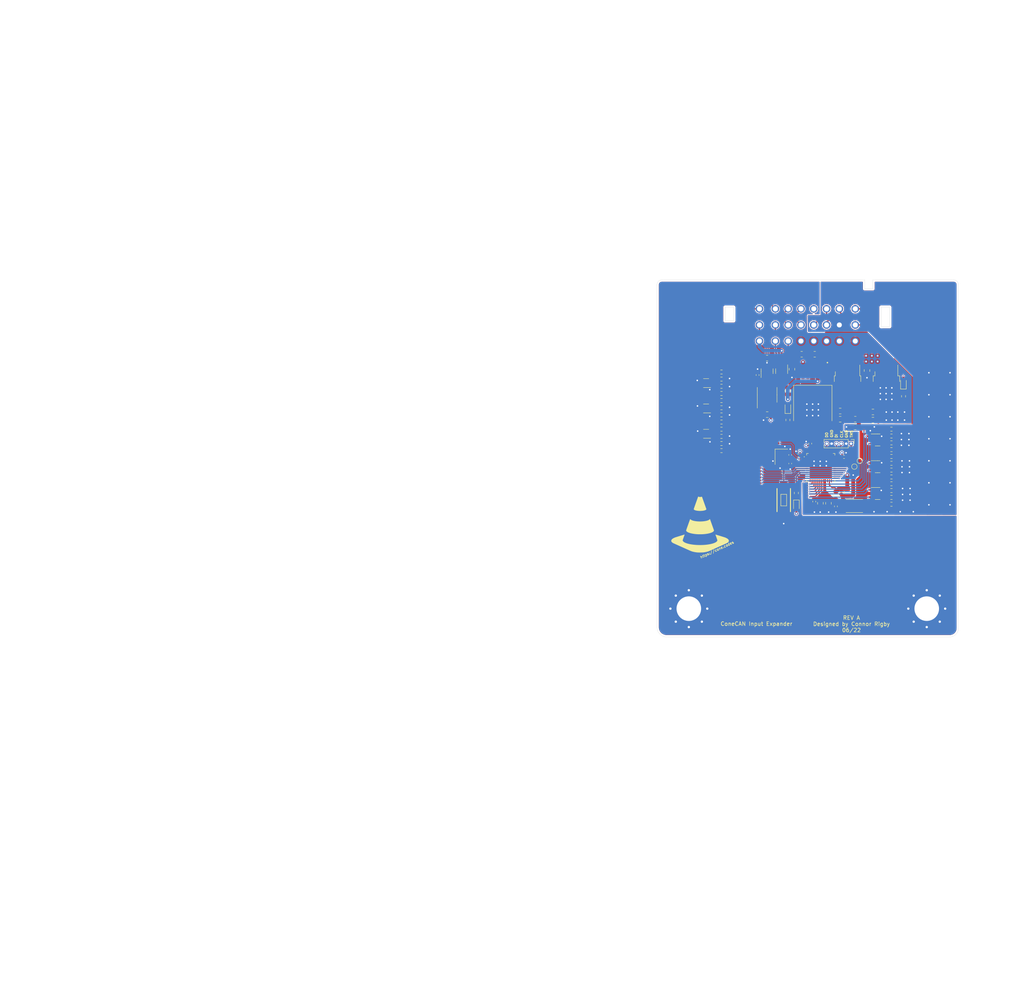
<source format=kicad_pcb>
(kicad_pcb (version 20211014) (generator pcbnew)
  (layers (0 "F.Cu" signal) (1 "In1.Cu" power) (2 "In2.Cu" power) (31 "B.Cu" signal) (34 "B.Paste" user) (35 "F.Paste" user) (36 "B.SilkS" user "B.Silkscreen") (37 "F.SilkS" user "F.Silkscreen") (38 "B.Mask" user) (39 "F.Mask" user) (44 "Edge.Cuts" user))
  (net 0 "")
  (net 1 "GND")
  (net 2 "/GPIO_CAN_EN")
  (net 3 "+3V3")
  (net 4 "/OSC_IN")
  (net 5 "/VIN")
  (net 6 "Net-(D4-Pad1)")
  (net 7 "/OSC_OUT")
  (net 8 "Net-(D2-Pad1)")
  (net 9 "Net-(D3-Pad1)")
  (net 10 "+12V")
  (net 11 "/IGNITION")
  (net 12 "+5VA")
  (net 13 "/5V_DIV")
  (net 14 "/USB_D+")
  (net 15 "/USB_D-")
  (net 16 "GND1")
  (net 17 "GNDPWR")
  (net 18 "/CAN_H")
  (net 19 "/CAN_L")
  (net 20 "VBUS")
  (net 21 "/VDDA")
  (net 22 "GNDS")
  (net 24 "/DIN1")
  (net 25 "/DIN2")
  (net 26 "/DIN3")
  (net 28 "/5V_WI")
  (net 29 "/DIN4")
  (net 30 "/DIN5")
  (net 31 "/DIN6")
  (net 32 "/AIN6")
  (net 33 "/AIN5")
  (net 34 "/AIN4")
  (net 35 "/AIN3")
  (net 36 "/AIN2")
  (net 37 "/AIN1")
  (net 38 "Net-(Q2-Pad2)")
  (net 39 "Net-(Q2-Pad5)")
  (net 40 "Net-(Q3-Pad2)")
  (net 41 "Net-(Q3-Pad5)")
  (net 42 "Net-(Q4-Pad2)")
  (net 43 "Net-(Q4-Pad5)")
  (net 46 "/NRST")
  (net 53 "/BOOT0")
  (net 55 "/5V_WO")
  (net 56 "/VSENSE")
  (net 57 "/LED_STATUS")
  (net 59 "/USART1_TX")
  (net 60 "/USART1_RX")
  (net 61 "/ADC1_IN4")
  (net 62 "/ADC2_IN17")
  (net 63 "/JTDI")
  (net 64 "/JTDO")
  (net 65 "/ADC2_IN4")
  (net 66 "/ADC2_IN5")
  (net 67 "/ADC1_IN15")
  (net 68 "/ADC1_IN12")
  (net 69 "/ADC2_IN12")
  (net 70 "/FDCAN2_TX")
  (net 71 "/FDCAN2_RX")
  (net 73 "/GPIO_DIN2")
  (net 74 "/GPIO_DIN1")
  (net 75 "/GPIO_DIN4")
  (net 76 "/GPIO_DIN3")
  (net 77 "/GPIO_DIN6")
  (net 78 "/GPIO_DIN5")
  (net 79 "/ADC_IN1")
  (net 80 "/MTMS")
  (net 81 "/MTCK")
  (footprint "Resistor_SMD:R_0402_1005Metric" (layer "F.Cu") (at 71.9 67.15 -90)
    (fp_text reference "R13" hide)
    (fp_text value "100nf")
  )
  (footprint "Resistor_SMD:R_0603_1608Metric" (layer "F.Cu") (at 93.05 77.618176)
    (fp_text reference "R16" hide)
    (fp_text value "R_Small")
  )
  (footprint "Resistor_SMD:R_0603_1608Metric" (layer "F.Cu") (at 48.8 57.81818)
    (fp_text reference "R37" hide)
    (fp_text value "1k5")
  )
  (footprint "Capacitor_SMD:C_0805_2012Metric" (layer "F.Cu") (at 76.65 82.7 -90)
    (fp_text reference "C11" hide)
    (fp_text value "1uf")
  )
  (footprint "Capacitor_SMD:C_0805_2012Metric" (layer "F.Cu") (at 60.7 59.6 180)
    (fp_text reference "C2" hide)
    (fp_text value "10uF")
  )
  (footprint "Capacitor_SMD:C_0805_2012Metric" (layer "F.Cu") (at 79.710001 58.67 180)
    (fp_text reference "C7" hide)
    (fp_text value "47uf")
  )
  (footprint "Package_SO:SOIC-8_3.9x4.9mm_P1.27mm" (layer "F.Cu") (at 60.69 54.46 90)
    (fp_text reference "U2" hide)
    (fp_text value "SN65HVD230")
  )
  (footprint "Resistor_SMD:R_0805_2012Metric" (layer "F.Cu") (at 73.08 43.88)
    (fp_text reference "R11" hide)
    (fp_text value "R_Small")
  )
  (footprint "Package_TO_SOT_SMD:TO-252-2" (layer "F.Cu") (at 81.63 51.98 -90)
    (fp_text reference "D5" hide)
    (fp_text value "MBRD20200CT")
  )
  (footprint "Resistor_SMD:R_0603_1608Metric" (layer "F.Cu") (at 48.8 63.409088 180)
    (fp_text reference "R32" hide)
    (fp_text value "10k")
  )
  (footprint "ConeCodes:TO-252-5_TabPin3" (layer "F.Cu") (at 91.74 51.98 -90)
    (fp_text reference "U3" hide)
    (fp_text value "TLS850B0TEV33ATMA1")
  )
  (footprint "LED_SMD:LED_0603_1608Metric" (layer "F.Cu") (at 68.3 83.325 -90)
    (fp_text reference "D4" hide)
    (fp_text value "RED")
  )
  (footprint "Resistor_SMD:R_0805_2012Metric" (layer "F.Cu") (at 83.64 60.8)
    (fp_text reference "R10" hide)
    (fp_text value "R_Small")
  )
  (footprint "Resistor_SMD:R_0402_1005Metric" (layer "F.Cu") (at 80.7 70.65 180)
    (fp_text reference "R26" hide)
    (fp_text value "100nf")
  )
  (footprint "Resistor_SMD:R_0603_1608Metric" (layer "F.Cu") (at 48.8 55.954544 180)
    (fp_text reference "R31" hide)
    (fp_text value "10k")
  )
  (footprint "Package_TO_SOT_SMD:SOT-23" (layer "F.Cu") (at 64.46 48.29 -90)
    (fp_text reference "D8" hide)
    (fp_text value "PESD2USB3UV-T")
  )
  (footprint "Resistor_SMD:R_0402_1005Metric" (layer "F.Cu") (at 78.6 83.509999 90)
    (fp_text reference "R27" hide)
    (fp_text value "100nf")
  )
  (footprint "Resistor_SMD:R_0603_1608Metric" (layer "F.Cu") (at 48.8 65.272724)
    (fp_text reference "R38" hide)
    (fp_text value "1k5")
  )
  (footprint "Capacitor_SMD:C_0402_1005Metric" (layer "F.Cu") (at 66.7 70.1 90)
    (fp_text reference "C12" hide)
    (fp_text value "tbd")
  )
  (footprint "Package_TO_SOT_SMD:SOT-363_SC-70-6" (layer "F.Cu") (at 44.8 58 180)
    (fp_text reference "Q3" hide)
    (fp_text value "MBT3904DW1T1G")
  )
  (footprint "Resistor_SMD:R_0603_1608Metric" (layer "F.Cu") (at 93.05 74.063632)
    (fp_text reference "R23" hide)
    (fp_text value "R_Small")
  )
  (footprint "Capacitor_SMD:C_0805_2012Metric" (layer "F.Cu") (at 79.71 60.8 180)
    (fp_text reference "C8" hide)
    (fp_text value "100nf")
  )
  (footprint "Resistor_SMD:R_0402_1005Metric" (layer "F.Cu") (at 72.95 82.25 90)
    (fp_text reference "R28" hide)
    (fp_text value "100nf")
  )
  (footprint "TestPoint:TestPoint_Pad_D1.0mm" (layer "F.Cu") (at 84.8 71.65)
    (fp_text reference "TP2" hide)
    (fp_text value "RX")
  )
  (footprint "Resistor_SMD:R_0603_1608Metric" (layer "F.Cu") (at 48.8 59.681816)
    (fp_text reference "R40" hide)
    (fp_text value "1k5")
  )
  (footprint "Resistor_SMD:R_0603_1608Metric" (layer "F.Cu") (at 93.05 63.4)
    (fp_text reference "R14" hide)
    (fp_text value "R_Small")
  )
  (footprint "Resistor_SMD:R_0603_1608Metric" (layer "F.Cu") (at 48.8 52.227272)
    (fp_text reference "R39" hide)
    (fp_text value "1k5")
  )
  (footprint "Resistor_SMD:R_0603_1608Metric" (layer "F.Cu") (at 93.05 70.509088)
    (fp_text reference "R15" hide)
    (fp_text value "R_Small")
  )
  (footprint "Resistor_SMD:R_0603_1608Metric" (layer "F.Cu") (at 93.05 82.95)
    (fp_text reference "R19" hide)
    (fp_text value "R_Small")
  )
  (footprint "LED_SMD:LED_0603_1608Metric" (layer "F.Cu") (at 96.1652 51.470001 90)
    (fp_text reference "D2" hide)
    (fp_text value "GRN")
  )
  (footprint "Resistor_SMD:R_0603_1608Metric" (layer "F.Cu") (at 93.05 65.177272)
    (fp_text reference "R20" hide)
    (fp_text value "R_Small")
  )
  (footprint "Resistor_SMD:R_0603_1608Metric" (layer "F.Cu") (at 48.8 61.545452 180)
    (fp_text reference "R34" hide)
    (fp_text value "10k")
  )
  (footprint "Resistor_SMD:R_0603_1608Metric" (layer "F.Cu") (at 93.05 68.731816)
    (fp_text reference "R17" hide)
    (fp_text value "R_Small")
  )
  (footprint "ConeCodes:SW_RS-032G05A3-SMRT" (layer "F.Cu") (at 65.0085 81.8715 90)
    (fp_text reference "SW2" hide)
    (fp_text value "SW_Push")
  )
  (footprint "Resistor_SMD:R_0603_1608Metric" (layer "F.Cu") (at 93.05 81.17272)
    (fp_text reference "R25" hide)
    (fp_text value "R_Small")
  )
  (footprint "TestPoint:TestPoint_Pad_D1.0mm" (layer "F.Cu") (at 83.4 73.15)
    (fp_text reference "TP3" hide)
    (fp_text value "TX")
  )
  (footprint "Capacitor_SMD:C_0402_1005Metric" (layer "F.Cu") (at 64.5 74.55)
    (fp_text reference "C14" hide)
    (fp_text value "0.1uF")
  )
  (footprint "Resistor_SMD:R_2512_6332Metric" (layer "F.Cu") (at 83.4 83.4)
    (fp_text reference "R42" hide)
    (fp_text value "0R")
  )
  (footprint "Resistor_SMD:R_0402_1005Metric" (layer "F.Cu") (at 68.75 70.25)
    (fp_text reference "R12" hide)
    (fp_text value "100nf")
  )
  (footprint "Resistor_SMD:R_0603_1608Metric" (layer "F.Cu") (at 48.8 48.5 180)
    (fp_text reference "R30" hide)
    (fp_text value "10k")
  )
  (footprint "ConeCodes:Delphi_Sicma_24_Black" (layer "F.Cu") (at 71.16 24.55 180)
    (fp_text reference "J4" hide)
    (fp_text value "Delphi_Sicma_24")
  )
  (footprint "Resistor_SMD:R_0603_1608Metric" (layer "F.Cu") (at 48.8 69 180)
    (fp_text reference "R35" hide)
    (fp_text value "10k")
  )
  (footprint "Package_TO_SOT_SMD:SOT-23" (layer "F.Cu") (at 89.45 73.175)
    (fp_text reference "D10" hide)
    (fp_text value "PESD2USB3UV-T")
  )
  (footprint "Resistor_SMD:R_0603_1608Metric" (layer "F.Cu") (at 48.8 67.13636)
    (fp_text reference "R41" hide)
    (fp_text value "1k5")
  )
  (footprint "Resistor_SMD:R_0603_1608Metric" (layer "F.Cu") (at 48.8 54.090908 180)
    (fp_text reference "R33" hide)
    (fp_text value "10k")
  )
  (footprint "Resistor_SMD:R_0603_1608Metric" (layer "F.Cu") (at 93.05 72.28636)
    (fp_text reference "R22" hide)
    (fp_text value "R_Small")
  )
  (footprint "Resistor_SMD:R_0603_1608Metric" (layer "F.Cu") (at 48.8 50.363636)
    (fp_text reference "R36" hide)
    (fp_text value "1k5")
  )
  (footprint "Resistor_SMD:R_0603_1608Metric" (layer "F.Cu") (at 66.1 61 -90)
    (fp_text reference "R3" hide)
    (fp_text value "240R")
  )
  (footprint "Package_TO_SOT_SMD:SOT-23" (layer "F.Cu") (at 89.45 80.15)
    (fp_text reference "D11" hide)
    (fp_text value "PESD2USB3UV-T")
  )
  (footprint "Resistor_SMD:R_0603_1608Metric" (layer "F.Cu") (at 93.05 75.840904)
    (fp_text reference "R18" hide)
    (fp_text value "R_Small")
  )
  (footprint "logos:cone" (layer "F.Cu") (at 43.22 88.23)
    (fp_text reference "G***" hide)
    (fp_text value "LOGO" hide)
  )
  (footprint "Resistor_SMD:R_0603_1608Metric" (layer "F.Cu") (at 93.05 66.954544)
    (fp_text reference "R21" hide)
    (fp_text value "R_Small")
  )
  (footprint "Capacitor_SMD:C_0402_1005Metric" (layer "F.Cu") (at 66.699998 72.35 -90)
    (fp_text reference "C13" hide)
    (fp_text value "tbd")
  )
  (footprint "MountingHole:MountingHole_6.4mm_M6_Pad_Via" (layer "F.Cu") (at 102.24 110.15)
    (fp_text reference "H2" hide)
    (fp_text value "MountingHole_Pad")
  )
  (footprint "Capacitor_SMD:C_0805_2012Metric" (layer "F.Cu") (at 86.69 48.12 -90)
    (fp_text reference "C3" hide)
    (fp_text value "1uf")
  )
  (footprint "Capacitor_SMD:C_0805_2012Metric" (layer "F.Cu") (at 81.55 79.9 -90)
    (fp_text reference "C9" hide)
    (fp_text value "10uf")
  )
  (footprint "ConeCodes:STM32G491CEU6" (layer "F.Cu") (at 74.65 73.4)
    (fp_text reference "U5" hide)
    (fp_text value "STM32G491CEU6" hide)
  )
  (footprint "Capacitor_SMD:C_0805_2012Metric" (layer "F.Cu") (at 88.23 58.92)
    (fp_text reference "C4" hide)
    (fp_text value "47uf")
  )
  (footprint "Connector_PinHeader_1.27mm:PinHeader_1x06_P1.27mm_Vertical" (layer "F.Cu") (at 82.551598 67.17071 -90)
    (fp_text reference "J2" hide)
    (fp_text value "JTAG")
  )
  (footprint "Resistor_SMD:R_0603_1608Metric" (layer "F.Cu") (at 96.2 54.825 -90)
    (fp_text reference "R2" hide)
    (fp_text value "240R")
  )
  (footprint "Resistor_SMD:R_0805_2012Metric" (layer "F.Cu") (at 69.68 43.88)
    (fp_text reference "R8" hide)
    (fp_text value "R_Small")
  )
  (footprint "Package_TO_SOT_SMD:SOT-23" (layer "F.Cu") (at 60.67 48.3 90)
    (fp_text reference "D7" hide)
    (fp_text value "PESD2CANFD24V-T")
  )
  (footprint "Inductor_SMD:L_0805_2012Metric" (layer "F.Cu") (at 78.6 80.7 -90)
    (fp_text reference "FB2" hide)
    (fp_text value "FerriteBead_Small")
  )
  (footprint "Resistor_SMD:R_0805_2012Metric" (layer "F.Cu") (at 66.07 53.4125 -90)
    (fp_text reference "R7" hide)
    (fp_text value ">= 5.1k")
  )
  (footprint "Package_TO_SOT_SMD:SOT-23" (layer "F.Cu") (at 89.45 66.2)
    (fp_text reference "D9" hide)
    (fp_text value "PESD2USB3UV-T")
  )
  (footprint "Resistor_SMD:R_0603_1608Metric" (layer "F.Cu") (at 68.299999 80.025 90)
    (fp_text reference "R5" hide)
    (fp_text value "240R")
  )
  (footprint "Crystal:Crystal_SMD_3225-4Pin_3.2x2.5mm" (layer "F.Cu") (at 64.4 70.6 -90)
    (fp_text reference "Y2" hide)
    (fp_text value "Crystal_GND24_Small")
  )
  (footprint "Capacitor_SMD:C_0805_2012Metric" (layer "F.Cu") (at 88.23 61.05)
    (fp_text reference "C5" hide)
    (fp_text value "100nf")
  )
  (footprint "Capacitor_SMD:C_0805_2012Metric" (layer "F.Cu") (at 74.55 82.7 -90)
    (fp_text reference "C10" hide)
    (fp_text value "1uf")
  )
  (footprint "Package_TO_SOT_SMD:SOT-363_SC-70-6" (layer "F.Cu") (at 44.8 64.6 180)
    (fp_text reference "Q4" hide)
    (fp_text value "MBT3904DW1T1G")
  )
  (footprint "ConeCodes:DPAK127P1500X440-8N" (layer "F.Cu") (at 72.57 54.56 -90)
    (fp_text reference "U4" hide)
    (fp_text value "TLS850F2TAV50ATMA1")
  )
  (footprint "Resistor_SMD:R_0402_1005Metric" (layer "F.Cu") (at 58.2 49.3 90)
    (fp_text reference "R6" hide)
    (fp_text value "1k")
  )
  (footprint "Capacitor_SMD:C_0805_2012Metric" (layer "F.Cu") (at 67.15 47.78 -90)
    (fp_text reference "C6" hide)
    (fp_text value "1uf")
  )
  (footprint "Package_TO_SOT_SMD:SOT-363_SC-70-6" (layer "F.Cu") (at 44.8 51.4 180)
    (fp_text reference "Q2" hide)
    (fp_text value "MBT3904DW1T1G")
  )
  (footprint "MountingHole:MountingHole_6.4mm_M6_Pad_Via" (layer "F.Cu") (at 40.3 110.15)
    (fp_text reference "H3" hide)
    (fp_text value "MountingHole_Pad")
  )
  (footprint "Resistor_SMD:R_0805_2012Metric" (layer "F.Cu") (at 60.67 44.89 180)
    (fp_text reference "R4" hide)
    (fp_text value "120,DNF")
  )
  (footprint "Resistor_SMD:R_0402_1005Metric" (layer "F.Cu") (at 80 79.9 90)
    (fp_text reference "R29" hide)
    (fp_text value "100nf")
  )
  (footprint "Resistor_SMD:R_0805_2012Metric" (layer "F.Cu") (at 83.64 62.82 180)
    (fp_text reference "R9" hide)
    (fp_text value "R_Small")
  )
  (footprint "Resistor_SMD:R_0603_1608Metric" (layer "F.Cu") (at 93.05 79.395448)
    (fp_text reference "R24" hide)
    (fp_text value "R_Small")
  )
  (footprint "LED_SMD:LED_0603_1608Metric" (layer "F.Cu") (at 66.0852 57.820001 90)
    (fp_text reference "D3" hide)
    (fp_text value "GRN")
  )
  (gr_arc (start 110.5 115.25) (mid 109.84099 116.84099) (end 108.25 117.5) (layer "Edge.Cuts") (width 0.05))
  (gr_line (start 32 115) (end 32 25.75) (layer "Edge.Cuts") (width 0.05))
  (gr_line (start 88.2 26.8) (end 88.2 24.5) (layer "Edge.Cuts") (width 0.05))
  (gr_line (start 108.25 117.5) (end 34.5 117.5) (layer "Edge.Cuts") (width 0.05))
  (gr_rect (start 90.37 31.65) (end 92.56 36.65) (layer "Edge.Cuts") (width 0.05) (fill none))
  (gr_line (start 33.25 24.5) (end 86.1 24.5) (layer "Edge.Cuts") (width 0.05))
  (gr_arc (start 32 25.75) (mid 32.366117 24.866117) (end 33.25 24.5) (layer "Edge.Cuts") (width 0.05))
  (gr_arc (start 34.5 117.5) (mid 32.732233 116.767767) (end 32 115) (layer "Edge.Cuts") (width 0.05))
  (gr_line (start 110.5 25.75) (end 110.5 115.25) (layer "Edge.Cuts") (width 0.05))
  (gr_line (start 86.1 24.5) (end 86.1 26.8) (layer "Edge.Cuts") (width 0.05))
  (gr_arc (start 109.25 24.5) (mid 110.133883 24.866117) (end 110.5 25.75) (layer "Edge.Cuts") (width 0.05))
  (gr_line (start 109.25 24.5) (end 88.2 24.5) (layer "Edge.Cuts") (width 0.05))
  (gr_rect (start 49.76 31.65) (end 51.95 35.15) (layer "Edge.Cuts") (width 0.05) (fill none))
  (gr_line (start 86.1 26.8) (end 88.2 26.8) (layer "Edge.Cuts") (width 0.05))
  (gr_text "ConeCAN Input Expander" (at 57.9 114.1) (layer "F.SilkS") (effects (font (size 1 1))))
  (gr_text "REV A\nDesigned by Connor Rigby\n06/22" (at 82.65 114.15) (layer "F.SilkS") (effects (font (size 1 1))))
  (gr_text "GND" (at 81.35 64.65 90) (layer "F.SilkS") (effects (font (size 0.65 0.65))))
  (gr_text "DO" (at 76.2 64.9 90) (layer "F.SilkS") (effects (font (size 0.65 0.65))))
  (gr_text "GND" (at 77.5 64.55 90) (layer "F.SilkS") (effects (font (size 0.65 0.65))))
  (gr_text "DI" (at 78.7 65.15 90) (layer "F.SilkS") (effects (font (size 0.65 0.65))))
  (gr_text "https://cone.codes" (at 47.637532 94.81 25) (layer "F.SilkS") (effects (font (size 0.65 0.65) (thickness 0.125))))
  (gr_text "TMS" (at 82.65 64.65 90) (layer "F.SilkS") (effects (font (size 0.65 0.65))))
  (gr_text "CLK" (at 80.1 64.7 90) (layer "F.SilkS") (effects (font (size 0.65 0.65))))
  (segment (start 43.85 50.75) (end 42.55 50.75) (width 0.3058) (layer "F.Cu") (net 1))
  (segment (start 42.55 57.35) (end 43.85 57.35) (width 0.3058) (layer "F.Cu") (net 1))
  (segment (start 60.67 46.12) (end 60.65 46.1) (width 0.5) (layer "F.Cu") (net 1))
  (segment (start 80.4375 81.1125) (end 80.45 81.1) (width 1) (layer "F.Cu") (net 1))
  (segment (start 49.625 57.81818) (end 50.78182 57.81818) (width 0.3058) (layer "F.Cu") (net 1))
  (segment (start 60.055 58.245) (end 59.75 58.55) (width 0.5) (layer "F.Cu") (net 1))
  (segment (start 50.736364 50.363636) (end 50.9 50.2) (width 0.3058) (layer "F.Cu") (net 1))
  (segment (start 42.55 50.75) (end 42.5 50.7) (width 0.3058) (layer "F.Cu") (net 1))
  (segment (start 49.625 50.363636) (end 50.736364 50.363636) (width 0.3058) (layer "F.Cu") (net 1))
  (segment (start 83.1 80.5) (end 83.1 75.35) (width 1) (layer "F.Cu") (net 1))
  (segment (start 72.57 48.49) (end 72.57 45.56) (width 1) (layer "F.Cu") (net 1))
  (segment (start 64.050002 74.52) (end 64.050002 73.550002) (width 0.29337) (layer "F.Cu") (net 1))
  (segment (start 65.25 67.95) (end 65.3 67.9) (width 0.29337) (layer "F.Cu") (net 1))
  (segment (start 68.24 69.19) (end 68.2 69.15) (width 0.29337) (layer "F.Cu") (net 1))
  (segment (start 73.9925 43.88) (end 73.9925 44.1375) (width 0.5) (layer "F.Cu") (net 1))
  (segment (start 50.827276 65.272724) (end 50.9 65.2) (width 0.3058) (layer "F.Cu") (net 1))
  (segment (start 80.44 80.85) (end 81.55 80.85) (width 1) (layer "F.Cu") (net 1))
  (segment (start 43.85 63.95) (end 42.65 63.95) (width 0.3058) (layer "F.Cu") (net 1))
  (segment (start 59.75 59.6) (end 59.75 61.05) (width 0.5) (layer "F.Cu") (net 1))
  (segment (start 66.699998 73.799998) (end 66.7 73.8) (width 0.29337) (layer "F.Cu") (net 1))
  (segment (start 60.055 56.935) (end 60.055 58.245) (width 0.5) (layer "F.Cu") (net 1))
  (segment (start 68.24 70.25) (end 68.24 69.19) (width 0.29337) (layer "F.Cu") (net 1))
  (segment (start 71.9 66.64) (end 70.89 66.64) (width 0.29337) (layer "F.Cu") (net 1))
  (segment (start 81.21 69.59) (end 81.25 69.55) (width 0.29337) (layer "F.Cu") (net 1))
  (segment (start 49.625 67.13636) (end 50.83636 67.13636) (width 0.3058) (layer "F.Cu") (net 1))
  (segment (start 65.25 69.5) (end 65.25 67.95) (width 0.29337) (layer "F.Cu") (net 1))
  (segment (start 81.21 70.65) (end 81.21 69.59) (width 0.29337) (layer "F.Cu") (net 1))
  (segment (start 45.75 60.05) (end 45.75 58.65) (width 0.3058) (layer "F.Cu") (net 1))
  (segment (start 49.625 52.227272) (end 50.827272 52.227272) (width 0.3058) (layer "F.Cu") (net 1))
  (segment (start 80.4375 83.5) (end 80.4375 81.1125) (width 1) (layer "F.Cu") (net 1))
  (segment (start 93.16 55.64) (end 96.19 55.64) (width 0.5) (layer "F.Cu") (net 1))
  (segment (start 50.83636 67.13636) (end 50.9 67.2) (width 0.3058) (layer "F.Cu") (net 1))
  (segment (start 59.75 58.55) (end 59.75 59.6) (width 0.5) (layer "F.Cu") (net 1))
  (segment (start 45.75 65.25) (end 45.75 66.65) (width 0.3058) (layer "F.Cu") (net 1))
  (segment (start 82.75 80.85) (end 83.1 80.5) (width 1) (layer "F.Cu") (net 1))
  (segment (start 86.69 49.99) (end 86.68 50) (width 1) (layer "F.Cu") (net 1))
  (segment (start 67.15 48.73) (end 67.15 49.929999) (width 1) (layer "F.Cu") (net 1))
  (segment (start 63.55 71.7) (end 62.2 71.7) (width 0.29337) (layer "F.Cu") (net 1))
  (segment (start 66.7 68.6) (end 66.7 69.62) (width 0.29337) (layer "F.Cu") (net 1))
  (segment (start 50.827272 52.227272) (end 50.9 52.3) (width 0.3058) (layer "F.Cu") (net 1))
  (segment (start 45.75 53.1) (end 45.75 52.05) (width 0.3058) (layer "F.Cu") (net 1))
  (segment (start 42.65 63.95) (end 42.6 63.9) (width 0.3058) (layer "F.Cu") (net 1))
  (segment (start 50.78182 57.81818) (end 50.9 57.7) (width 0.3058) (layer "F.Cu") (net 1))
  (segment (start 49.625 59.681816) (end 50.881816 59.681816) (width 0.3058) (layer "F.Cu") (net 1))
  (segment (start 49.625 65.272724) (end 50.827276 65.272724) (width 0.3058) (layer "F.Cu") (net 1))
  (segment (start 86.69 49.07) (end 86.69 49.99) (width 1) (layer "F.Cu") (net 1))
  (segment (start 69.195 61.825) (end 72.57 58.45) (width 0.5) (layer "F.Cu") (net 1))
  (segment (start 65.0085 85.8715) (end 65.0085 87.9915) (width 0.5) (layer "F.Cu") (net 1))
  (segment (start 66.699998 72.83) (end 66.699998 73.799998) (width 0.29337) (layer "F.Cu") (net 1))
  (segment (start 96.19 55.64) (end 96.2 55.65) (width 0.5) (layer "F.Cu") (net 1))
  (segment (start 50.881816 59.681816) (end 50.9 59.7) (width 0.3058) (layer "F.Cu") (net 1))
  (segment (start 81.55 80.85) (end 82.75 80.85) (width 1) (layer "F.Cu") (net 1))
  (segment (start 66.1 61.825) (end 69.195 61.825) (width 0.5) (layer "F.Cu") (net 1))
  (segment (start 60.67 47.3625) (end 60.67 46.12) (width 0.5) (layer "F.Cu") (net 1))
  (segment (start 58.2 48.79) (end 58.2 47.75) (width 0.5) (layer "F.Cu") (net 1))
  (segment (start 45.75 66.65) (end 45.8 66.7) (width 0.3058) (layer "F.Cu") (net 1))
  (segment (start 73.9925 44.1375) (end 72.57 45.56) (width 0.5) (layer "F.Cu") (net 1))
  (segment (start 70.89 66.64) (end 70.85 66.6) (width 0.29337) (layer "F.Cu") (net 1))
  (segment (start 80 80.41) (end 80.44 80.85) (width 1) (layer "F.Cu") (net 1))
  (via (at 93.16 54.14) (size 0.8) (drill 0.4) (layers "F.Cu" "B.Cu") (net 1))
  (via (at 74.03 58.37) (size 0.8) (drill 0.4) (layers "F.Cu" "B.Cu") (net 1))
  (via (at 81.25 69.55) (size 0.8) (drill 0.4) (layers "F.Cu" "B.Cu") (net 1))
  (via (at 45.75 53.1) (size 0.8) (drill 0.4) (layers "F.Cu" "B.Cu") (net 1))
  (via (at 74.03 56.87) (size 0.8) (drill 0.4) (layers "F.Cu" "B.Cu") (net 1))
  (via (at 50.9 59.7) (size 0.8) (drill 0.4) (layers "F.Cu" "B.Cu") (net 1))
  (via (at 50.9 65.2) (size 0.8) (drill 0.4) (layers "F.Cu" "B.Cu") (net 1))
  (via (at 93.21 61.04) (size 0.8) (drill 0.4) (layers "F.Cu" "B.Cu") (net 1))
  (via (at 72.9 71.75) (size 0.8) (drill 0.4) (layers "F.Cu" "B.Cu") (net 1))
  (via (at 42.6 63.9) (size 0.8) (drill 0.4) (layers "F.Cu" "B.Cu") (net 1))
  (via (at 86.68 50) (size 0.8) (drill 0.4) (layers "F.Cu" "B.Cu") (net 1))
  (via (at 45.75 60.05) (size 0.8) (drill 0.4) (layers "F.Cu" "B.Cu") (net 1))
  (via (at 59.75 61.05) (size 0.8) (drill 0.4) (layers "F.Cu" "B.Cu") (net 1))
  (via (at 70.85 66.6) (size 0.8) (drill 0.4) (layers "F.Cu" "B.Cu") (net 1))
  (via (at 71.03 58.37) (size 0.8) (drill 0.4) (layers "F.Cu" "B.Cu") (net 1))
  (via (at 62.2 71.7) (size 0.8) (drill 0.4) (layers "F.Cu" "B.Cu") (net 1))
  (via (at 58.2 47.75) (size 0.8) (drill 0.4) (layers "F.Cu" "B.Cu") (net 1))
  (via (at 94.71 61.04) (size 0.8) (drill 0.4) (layers "F.Cu" "B.Cu") (net 1))
  (via (at 91.66 52.64) (size 0.8) (drill 0.4) (layers "F.Cu" "B.Cu") (net 1))
  (via (at 71.03 56.87) (size 0.8) (drill 0.4) (layers "F.Cu" "B.Cu") (net 1))
  (via (at 65.3 67.9) (size 0.8) (drill 0.4) (layers "F.Cu" "B.Cu") (net 1))
  (via (at 74.5 71.773867) (size 0.8) (drill 0.4) (layers "F.Cu" "B.Cu") (net 1))
  (via (at 90.16 55.64) (size 0.8) (drill 0.4) (layers "F.Cu" "B.Cu") (net 1))
  (via (at 45.8 66.7) (size 0.8) (drill 0.4) (layers "F.Cu" "B.Cu") (net 1))
  (via (at 72.53 58.37) (size 0.8) (drill 0.4) (layers "F.Cu" "B.Cu") (net 1))
  (via (at 72.53 56.87) (size 0.8) (drill 0.4) (layers "F.Cu" "B.Cu") (net 1))
  (via (at 91.71 61.04) (size 0.8) (drill 0.4) (layers "F.Cu" "B.Cu") (net 1))
  (via (at 91.71 58.94) (size 0.8) (drill 0.4) (layers "F.Cu" "B.Cu") (net 1))
  (via (at 68.2 69.15) (size 0.8) (drill 0.4) (layers "F.Cu" "B.Cu") (net 1))
  (via (at 65 88) (size 0.8) (drill 0.4) (layers "F.Cu" "B.Cu") (net 1))
  (via (at 50.9 57.7) (size 0.8) (drill 0.4) (layers "F.Cu" "B.Cu") (net 1))
  (via (at 96.46 61.04) (size 0.8) (drill 0.4) (layers "F.Cu" "B.Cu") (net 1))
  (via (at 60.65 46.1) (size 0.8) (drill 0.4) (layers "F.Cu" "B.Cu") (net 1))
  (via (at 90.16 52.64) (size 0.8) (drill 0.4) (layers "F.Cu" "B.Cu") (net 1))
  (via (at 83.1 75.35) (size 0.8) (drill 0.4) (layers "F.Cu" "B.Cu") (net 1))
  (via (at 72.53 59.87) (size 0.8) (drill 0.4) (layers "F.Cu" "B.Cu") (net 1))
  (via (at 66.7 73.8) (size 0.8) (drill 0.4) (layers "F.Cu" "B.Cu") (net 1))
  (via (at 93.16 52.64) (size 0.8) (drill 0.4) (layers "F.Cu" "B.Cu") (net 1))
  (via (at 91.66 54.14) (size 0.8) (drill 0.4) (layers "F.Cu" "B.Cu") (net 1))
  (via (at 74.5 72.923867) (size 0.8) (drill 0.4) (layers "F.Cu" "B.Cu") (net 1))
  (via (at 64.05 73.55) (size 0.8) (drill 0.4) (layers "F.Cu" "B.Cu") (net 1))
  (via (at 50.9 67.2) (size 0.8) (drill 0.4) (layers "F.Cu" "B.Cu") (net 1))
  (via (at 50.9 52.3) (size 0.8) (drill 0.4) (layers "F.Cu" "B.Cu") (net 1))
  (via (at 66.7 68.6) (size 0.8) (drill 0.4) (layers "F.Cu" "B.Cu") (net 1))
  (via (at 74.03 59.87) (size 0.8) (drill 0.4) (layers "F.Cu" "B.Cu") (net 1))
  (via (at 72.9 72.9) (size 0.8) (drill 0.4) (layers "F.Cu" "B.Cu") (net 1))
  (via (at 94.71 58.94) (size 0.8) (drill 0.4) (layers "F.Cu" "B.Cu") (net 1))
  (via (at 50.9 50.2) (size 0.8) (drill 0.4) (layers "F.Cu" "B.Cu") (net 1))
  (via (at 90.16 54.14) (size 0.8) (drill 0.4) (layers "F.Cu" "B.Cu") (net 1))
  (via (at 93.16 55.64) (size 0.8) (drill 0.4) (layers "F.Cu" "B.Cu") (net 1))
  (via (at 42.55 57.35) (size 0.8) (drill 0.4) (layers "F.Cu" "B.Cu") (net 1))
  (via (at 67.15 49.929999) (size 0.8) (drill 0.4) (layers "F.Cu" "B.Cu") (net 1))
  (via (at 93.21 58.94) (size 0.8) (drill 0.4) (layers "F.Cu" "B.Cu") (net 1))
  (via (at 76.1 72.923867) (size 0.8) (drill 0.4) (layers "F.Cu" "B.Cu") (net 1))
  (via (at 42.5 50.7) (size 0.8) (drill 0.4) (layers "F.Cu" "B.Cu") (net 1))
  (via (at 71.03 59.87) (size 0.8) (drill 0.4) (layers "F.Cu" "B.Cu") (net 1))
  (via (at 91.66 55.64) (size 0.8) (drill 0.4) (layers "F.Cu" "B.Cu") (net 1))
  (via (at 76.1 71.773867) (size 0.8) (drill 0.4) (layers "F.Cu" "B.Cu") (net 1))
  (via (at 96.46 58.94) (size 0.8) (drill 0.4) (layers "F.Cu" "B.Cu") (net 1))
  (segment (start 58.785 51.985) (end 58.785 54.115) (width 0.5) (layer "F.Cu") (net 2))
  (segment (start 57.35 55.55) (end 57.35 65.3) (width 0.5) (layer "F.Cu") (net 2))
  (segment (start 57.35 65.3) (end 59.1 67.05) (width 0.5) (layer "F.Cu") (net 2))
  (segment (start 58.2 50.5) (end 58.2 49.81) (width 0.5) (layer "F.Cu") (net 2))
  (segment (start 58.785 51.085) (end 58.2 50.5) (width 0.5) (layer "F.Cu") (net 2))
  (segment (start 59.1 67.05) (end 63.95 67.05) (width 0.5) (layer "F.Cu") (net 2))
  (segment (start 68.900567 71.149433) (end 68.9 71.15) (width 0.29337) (layer "F.Cu") (net 2))
  (segment (start 71.1956 71.149433) (end 68.900567 71.149433) (width 0.29337) (layer "F.Cu") (net 2))
  (segment (start 58.785 54.115) (end 57.35 55.55) (width 0.5) (layer "F.Cu") (net 2))
  (segment (start 58.785 51.985) (end 58.785 51.085) (width 0.5) (layer "F.Cu") (net 2))
  (via (at 68.9 71.15) (size 0.45) (drill 0.2) (layers "F.Cu" "B.Cu") (net 2))
  (via (at 63.95 67.05) (size 0.45) (drill 0.2) (layers "F.Cu" "B.Cu") (net 2))
  (segment (start 67.473804 69.723804) (end 67.473804 67.673804) (width 0.29337) (layer "B.Cu") (net 2))
  (segment (start 67.45 67.65) (end 66.85 67.05) (width 0.29337) (layer "B.Cu") (net 2))
  (segment (start 66.85 67.05) (end 63.95 67.05) (width 0.29337) (layer "B.Cu") (net 2))
  (segment (start 68.9 71.15) (end 67.473804 69.723804) (width 0.29337) (layer "B.Cu") (net 2))
  (segment (start 67.473804 67.673804) (end 67.45 67.65) (width 0.29337) (layer "B.Cu") (net 2))
  (segment (start 96.1652 49.6152) (end 96.15 49.6) (width 0.5) (layer "F.Cu") (net 3))
  (segment (start 80.19 69.59) (end 80.15 69.55) (width 0.29337) (layer "F.Cu") (net 3))
  (segment (start 79.75 70.65) (end 80.19 70.65) (width 0.29337) (layer "F.Cu") (net 3))
  (segment (start 70.89 67.66) (end 70.85 67.7) (width 0.29337) (layer "F.Cu") (net 3))
  (segment (start 69.659307 70.649307) (end 71.1956 70.649307) (width 0.29337) (layer "F.Cu") (net 3))
  (segment (start 77.55 78.6) (end 78.3 78.6) (width 0.29337) (layer "F.Cu") (net 3))
  (segment (start 69.26 70.25) (end 69.26 69.16) (width 0.29337) (layer "F.Cu") (net 3))
  (segment (start 68.3 84.1125) (end 68.3 85.4) (width 0.5) (layer "F.Cu") (net 3))
  (segment (start 71.9 67.66) (end 70.89 67.66) (width 0.29337) (layer "F.Cu") (net 3))
  (segment (start 61.325 58.375) (end 61.65 58.7) (width 0.5) (layer "F.Cu") (net 3))
  (segment (start 69.26 70.25) (end 69.659307 70.649307) (width 0.29337) (layer "F.Cu") (net 3))
  (segment (start 76.900567 77.950567) (end 77.55 78.6) (width 0.29337) (layer "F.Cu") (net 3))
  (segment (start 71.9 67.66) (end 71.9 69.944907) (width 0.29337) (layer "F.Cu") (net 3))
  (segment (start 61.325 56.935) (end 61.325 58.375) (width 0.5) (layer "F.Cu") (net 3))
  (segment (start 69.26 69.16) (end 69.25 69.15) (width 0.29337) (layer "F.Cu") (net 3))
  (segment (start 78.6 79.6375) (end 78.96875 79.26875) (width 1) (layer "F.Cu") (net 3))
  (segment (start 61.65 59.6) (end 61.65 61.05) (width 0.5) (layer "F.Cu") (net 3))
  (segment (start 96.1652 50.682501) (end 96.1652 49.6152) (width 0.5) (layer "F.Cu") (net 3))
  (segment (start 71.9 69.944907) (end 71.899307 69.9456) (width 0.29337) (layer "F.Cu") (net 3))
  (segment (start 80.189433 70.649433) (end 80.19 70.65) (width 0.29337) (layer "F.Cu") (net 3))
  (segment (start 78.1044 71.149433) (end 79.250567 71.149433) (width 0.29337) (layer "F.Cu") (net 3))
  (segment (start 79.250567 71.149433) (end 79.75 70.65) (width 0.29337) (layer "F.Cu") (net 3))
  (segment (start 78.96875 79.26875) (end 79.2875 78.95) (width 1) (layer "F.Cu") (net 3))
  (segment (start 80.19 70.65) (end 80.19 69.59) (width 0.29337) (layer "F.Cu") (net 3))
  (segment (start 61.65 58.7) (end 61.65 59.6) (width 0.5) (layer "F.Cu") (net 3))
  (segment (start 78.3 78.6) (end 78.96875 79.26875) (width 0.29337) (layer "F.Cu") (net 3))
  (segment (start 79.2875 78.95) (end 81.55 78.95) (width 1) (layer "F.Cu") (net 3))
  (segment (start 81.55 75.35) (end 81.55 78.95) (width 1) (layer "F.Cu") (net 3))
  (segment (start 76.900567 76.8544) (end 76.900567 77.950567) (width 0.29337) (layer "F.Cu") (net 3))
  (via (at 87.95 45.78) (size 0.8) (drill 0.4) (layers "F.Cu" "B.Cu") (net 3))
  (via (at 80.15 69.55) (size 0.8) (drill 0.4) (layers "F.Cu" "B.Cu") (net 3))
  (via (at 70.85 67.7) (size 0.8) (drill 0.4) (layers "F.Cu" "B.Cu") (net 3))
  (via (at 69.25 69.15) (size 0.8) (drill 0.4) (layers "F.Cu" "B.Cu") (net 3))
  (via (at 68.3 85.4) (size 0.8) (drill 0.4) (layers "F.Cu" "B.Cu") (net 3))
  (via (at 86.45 44.28) (size 0.8) (drill 0.4) (layers "F.Cu" "B.Cu") (net 3))
  (via (at 89.45 45.78) (size 0.8) (drill 0.4) (layers "F.Cu" "B.Cu") (net 3))
  (via (at 81.55 75.35) (size 0.8) (drill 0.4) (layers "F.Cu" "B.Cu") (net 3))
  (via (at 89.45 44.28) (size 0.8) (drill 0.4) (layers "F.Cu" "B.Cu") (net 3))
  (via (at 86.45 45.78) (size 0.8) (drill 0.4) (layers "F.Cu" "B.Cu") (net 3))
  (via (at 87.95 44.28) (size 0.8) (drill 0.4) (layers "F.Cu" "B.Cu") (net 3))
  (via (at 96.15 49.6) (size 0.45) (drill 0.2) (layers "F.Cu" "B.Cu") (net 3))
  (via (at 61.65 61.05) (size 0.8) (drill 0.4) (layers "F.Cu" "B.Cu") (net 3))
  (segment (start 64.53 70.58) (end 66.7 70.58) (width 0.29337) (layer "F.Cu") (net 4))
  (segment (start 63.55 69.6) (end 64.53 70.58) (width 0.29337) (layer "F.Cu") (net 4))
  (segment (start 69.349811 72.649811) (end 67.28 70.58) (width 0.29337) (layer "F.Cu") (net 4))
  (segment (start 71.1956 72.649811) (end 69.349811 72.649811) (width 0.29337) (layer "F.Cu") (net 4))
  (segment (start 63.55 69.5) (end 63.55 69.6) (width 0.29337) (layer "F.Cu") (net 4))
  (segment (start 67.28 70.58) (end 66.7 70.58) (width 0.29337) (layer "F.Cu") (net 4))
  (segment (start 80.66 60.8) (end 82.7275 60.8) (width 1) (layer "F.Cu") (net 5))
  (segment (start 68.3 82.5375) (end 68.299999 80.85) (width 0.5) (layer "F.Cu") (net 6))
  (segment (start 65.42 71.87) (end 65.25 71.7) (width 0.29337) (layer "F.Cu") (net 7))
  (segment (start 66.699998 71.87) (end 67.07 71.87) (width 0.29337) (layer "F.Cu") (net 7))
  (segment (start 67.07 71.87) (end 68.349937 73.149937) (width 0.29337) (layer "F.Cu") (net 7))
  (segment (start 68.349937 73.149937) (end 71.1956 73.149937) (width 0.29337) (layer "F.Cu") (net 7))
  (segment (start 66.699998 71.87) (end 65.42 71.87) (width 0.29337) (layer "F.Cu") (net 7))
  (segment (start 96.1652 52.257501) (end 96.1652 53.9652) (width 0.5) (layer "F.Cu") (net 8))
  (segment (start 96.1652 53.9652) (end 96.2 54) (width 0.5) (layer "F.Cu") (net 8))
  (segment (start 66.1 58.622301) (end 66.0852 58.607501) (width 0.5) (layer "F.Cu") (net 9))
  (segment (start 66.1 60.175) (end 66.1 58.622301) (width 0.5) (layer "F.Cu") (net 9))
  (segment (start 92.88 44.88) (end 92.88 47.78) (width 1) (layer "F.Cu") (net 11))
  (segment (start 86.5 38.5) (end 92.88 44.88) (width 1) (layer "F.Cu") (net 11))
  (segment (start 76.155 38.5) (end 86.5 38.5) (width 1) (layer "F.Cu") (net 11))
  (segment (start 76.155 40.45) (end 76.155 38.5) (width 1) (layer "F.Cu") (net 11))
  (segment (start 68.76 51.52) (end 68.76 48.49) (width 1) (layer "F.Cu") (net 12))
  (segment (start 67.6 52.5) (end 67.78 52.5) (width 1) (layer "F.Cu") (net 12))
  (segment (start 67.13 46.84) (end 68.08 46.84) (width 1) (layer "F.Cu") (net 12))
  (segment (start 68.76 48.49) (end 68.76 43.77) (width 1) (layer "F.Cu") (net 12))
  (segment (start 69.495 43.035) (end 69.495 40.45) (width 1) (layer "F.Cu") (net 12))
  (segment (start 68.76 43.77) (end 69.495 43.035) (width 1) (layer "F.Cu") (net 12))
  (segment (start 67.3 52.8) (end 67.6 52.5) (width 0.5) (layer "F.Cu") (net 12))
  (segment (start 66.07 52.5) (end 67.6 52.5) (width 1) (layer "F.Cu") (net 12))
  (segment (start 66.0852 57.032501) (end 66.467499 57.032501) (width 0.5) (layer "F.Cu") (net 12))
  (segment (start 68.08 46.84) (end 68.09 46.85) (width 1) (layer "F.Cu") (net 12))
  (segment (start 66.467499 57.032501) (end 67.3 56.2) (width 0.5) (layer "F.Cu") (net 12))
  (segment (start 67.78 52.5) (end 68.76 51.52) (width 1) (layer "F.Cu") (net 12))
  (segment (start 67.3 56.2) (end 67.3 52.8) (width 0.5) (layer "F.Cu") (net 12))
  (segment (start 70.5925 43.88) (end 72.1675 43.88) (width 1) (layer "F.Cu") (net 13))
  (segment (start 71.3 48.49) (end 71.3 43.85) (width 1) (layer "F.Cu") (net 13))
  (segment (start 64.1 50.9) (end 64.1 62.8) (width 0.29337) (layer "F.Cu") (net 14))
  (segment (start 63.51 44.05) (end 62.835 43.375) (width 0.29337) (layer "F.Cu") (net 14))
  (segment (start 83.7 65.75) (end 83.7 69.6) (width 0.29337) (layer "F.Cu") (net 14))
  (segment (start 81.650441 71.649559) (end 78.1044 71.649559) (width 0.29337) (layer "F.Cu") (net 14))
  (segment (start 66.05 64.75) (end 82.7 64.75) (width 0.29337) (layer "F.Cu") (net 14))
  (segment (start 82.7 64.75) (end 83.7 65.75) (width 0.29337) (layer "F.Cu") (net 14))
  (segment (start 64.1 62.8) (end 66.05 64.75) (width 0.29337) (layer "F.Cu") (net 14))
  (segment (start 62.835 43.375) (end 62.835 40.45) (width 0.29337) (layer "F.Cu") (net 14))
  (segment (start 63.51 47.3525) (end 63.51 44.05) (width 0.29337) (layer "F.Cu") (net 14))
  (segment (start 83.7 69.6) (end 81.650441 71.649559) (width 0.29337) (layer "F.Cu") (net 14))
  (segment (start 63.525 47.3675) (end 63.525 50.325) (width 0.29337) (layer "F.Cu") (net 14))
  (segment (start 63.525 50.325) (end 64.1 50.9) (width 0.29337) (layer "F.Cu") (net 14))
  (segment (start 63.51 47.3525) (end 63.525 47.3675) (width 0.29337) (layer "F.Cu") (net 14))
  (segment (start 81.900315 72.149685) (end 78.1044 72.149685) (width 0.29337) (layer "F.Cu") (net 15))
  (segment (start 65.41 47.3525) (end 65.41 44.01) (width 0.29337) (layer "F.Cu") (net 15))
  (segment (start 64.9 62.5) (end 66.67711 64.27711) (width 0.29337) (layer "F.Cu") (net 15))
  (segment (start 84.3 65.5) (end 84.3 69.75) (width 0.29337) (layer "F.Cu") (net 15))
  (segment (start 66.67711 64.27711) (end 83.07711 64.27711) (width 0.29337) (layer "F.Cu") (net 15))
  (segment (start 66.165 43.255) (end 66.165 40.45) (width 0.29337) (layer "F.Cu") (net 15))
  (segment (start 64.9 50.9) (end 64.9 62.5) (width 0.29337) (layer "F.Cu") (net 15))
  (segment (start 65.41 47.3525) (end 65.41 50.39) (width 0.29337) (layer "F.Cu") (net 15))
  (segment (start 65.41 44.01) (end 66.165 43.255) (width 0.29337) (layer "F.Cu") (net 15))
  (segment (start 65.41 50.39) (end 64.9 50.9) (width 0.29337) (layer "F.Cu") (net 15))
  (segment (start 83.07711 64.27711) (end 84.3 65.5) (width 0.29337) (layer "F.Cu") (net 15))
  (segment (start 84.3 69.75) (end 81.900315 72.149685) (width 0.29337) (layer "F.Cu") (net 15))
  (segment (start 64.46 49.2275) (end 64.46 42.98) (width 0.5) (layer "F.Cu") (net 16))
  (segment (start 64.46 42.98) (end 64.47 42.97) (width 0.5) (layer "F.Cu") (net 16))
  (via (at 64.47 42.97) (size 0.8) (drill 0.4) (layers "F.Cu" "B.Cu") (net 16))
  (segment (start 64.47 42.97) (end 59.76 42.97) (width 1) (layer "B.Cu") (net 16))
  (segment (start 59.76 42.97) (end 58.685 41.895) (width 1) (layer "B.Cu") (net 16))
  (segment (start 58.685 41.895) (end 58.685 40.45) (width 1) (layer "B.Cu") (net 16))
  (segment (start 59.7575 44.89) (end 59.7575 49.2) (width 0.3058) (layer "F.Cu") (net 18))
  (segment (start 60.055 50.455) (end 59.72 50.12) (width 0.5) (layer "F.Cu") (net 18))
  (segment (start 60.42 44.2275) (end 59.7575 44.89) (width 0.3058) (layer "F.Cu") (net 18))
  (segment (start 60.055 51.985) (end 60.055 50.455) (width 0.5) (layer "F.Cu") (net 18))
  (segment (start 58.685 36.25) (end 58.685 37.915) (width 0.3058) (layer "F.Cu") (net 18))
  (segment (start 59.7575 49.2) (end 59.72 49.2375) (width 0.3058) (layer "F.Cu") (net 18))
  (segment (start 60.42 39.65) (end 60.42 44.2275) (width 0.3058) (layer "F.Cu") (net 18))
  (segment (start 58.685 37.915) (end 60.42 39.65) (width 0.3058) (layer "F.Cu") (net 18))
  (segment (start 59.72 50.12) (end 59.72 49.2375) (width 0.5) (layer "F.Cu") (net 18))
  (segment (start 61.325 51.985) (end 61.325 50.625) (width 0.5) (layer "F.Cu") (net 19))
  (segment (start 61.5825 44.89) (end 60.94 44.2475) (width 0.3058) (layer "F.Cu") (net 19))
  (segment (start 60.94 39.63) (end 62.835 37.735) (width 0.3058) (layer "F.Cu") (net 19))
  (segment (start 60.94 44.2475) (end 60.94 39.63) (width 0.3058) (layer "F.Cu") (net 19))
  (segment (start 61.325 50.625) (end 61.62 50.33) (width 0.5) (layer "F.Cu") (net 19))
  (segment (start 61.5825 49.2) (end 61.62 49.2375) (width 0.3058) (layer "F.Cu") (net 19))
  (segment (start 61.5825 44.89) (end 61.5825 49.2) (width 0.3058) (layer "F.Cu") (net 19))
  (segment (start 62.835 37.735) (end 62.835 36.25) (width 0.3058) (layer "F.Cu") (net 19))
  (segment (start 61.62 50.33) (end 61.62 49.2375) (width 0.5) (layer "F.Cu") (net 19))
  (segment (start 76.6625 81.7625) (end 76.65 81.75) (width 1) (layer "F.Cu") (net 21))
  (segment (start 72.95 81.74) (end 74.54 81.74) (width 1) (layer "F.Cu") (net 21))
  (segment (start 74.54 81.74) (end 74.55 81.75) (width 1) (layer "F.Cu") (net 21))
  (segment (start 78.6 82.999999) (end 78.6 81.7625) (width 1) (layer "F.Cu") (net 21))
  (segment (start 78.6 81.7625) (end 76.6625 81.7625) (width 1) (layer "F.Cu") (net 21))
  (segment (start 74.55 81.75) (end 76.65 81.75) (width 1) (layer "F.Cu") (net 21))
  (segment (start 74.55 84.95) (end 74.5 85) (width 1) (layer "F.Cu") (net 22))
  (segment (start 73 85) (end 72.95 84.95) (width 0.5) (layer "F.Cu") (net 22))
  (segment (start 72.95 84.95) (end 72.95 82.76) (width 0.5) (layer "F.Cu") (net 22))
  (segment (start 76.7 85) (end 76.65 84.95) (width 1) (layer "F.Cu") (net 22))
  (segment (start 74.55 83.65) (end 74.55 84.95) (width 1) (layer "F.Cu") (net 22))
  (segment (start 78.6 85) (end 78.6 84.019999) (width 0.5) (layer "F.Cu") (net 22))
  (segment (start 76.65 84.95) (end 76.65 83.65) (width 1) (layer "F.Cu") (net 22))
  (segment (start 82.7275 62.82) (end 81.34 62.82) (width 1) (layer "F.Cu") (net 22))
  (via (at 97.75 71.65) (size 0.8) (drill 0.4) (layers "F.Cu" "B.Cu") (net 22))
  (via (at 95.95 78.85) (size 0.8) (drill 0.4) (layers "F.Cu" "B.Cu") (net 22))
  (via (at 91.925 84.9) (size 0.8) (drill 0.4) (layers "F.Cu" "B.Cu") (net 22))
  (via (at 78.6 85) (size 0.8) (drill 0.4) (layers "F.Cu" "B.Cu") (net 22))
  (via (at 97.75 73.2) (size 0.8) (drill 0.4) (layers "F.Cu" "B.Cu") (net 22))
  (via (at 81.34 62.82) (size 0.8) (drill 0.4) (layers "F.Cu" "B.Cu") (net 22))
  (via (at 90.5 72.15) (size 0.8) (drill 0.4) (layers "F.Cu" "B.Cu") (net 22))
  (via (at 76.7 85) (size 0.8) (drill 0.4) (layers "F.Cu" "B.Cu") (net 22))
  (via (at 97.9 81.9) (size 0.8) (drill 0.4) (layers "F.Cu" "B.Cu") (net 22))
  (via (at 97.75 74.7) (size 0.8) (drill 0.4) (layers "F.Cu" "B.Cu") (net 22))
  (via (at 88.6 62.8) (size 0.8) (drill 0.4) (layers "F.Cu" "B.Cu") (net 22))
  (via (at 108.3 71.633332) (size 0.8) (drill 0.4) (layers "F.Cu" "B.Cu") (net 22))
  (via (at 102.8 54.433333) (size 0.8) (drill 0.4) (layers "F.Cu" "B.Cu") (net 22))
  (via (at 102.8 83.1) (size 0.8) (drill 0.4) (layers "F.Cu" "B.Cu") (net 22))
  (via (at 108.3 83.1) (size 0.8) (drill 0.4) (layers "F.Cu" "B.Cu") (net 22))
  (via (at 108.3 65.899999) (size 0.8) (drill 0.4) (layers "F.Cu" "B.Cu") (net 22))
  (via (at 88.5125 84.9) (size 0.8) (drill 0.4) (layers "F.Cu" "B.Cu") (net 22))
  (via (at 97.9 78.85) (size 0.8) (drill 0.4) (layers "F.Cu" "B.Cu") (net 22))
  (via (at 102.8 77.366665) (size 0.8) (drill 0.4) (layers "F.Cu" "B.Cu") (net 22))
  (via (at 95.8 71.65) (size 0.8) (drill 0.4) (layers "F.Cu" "B.Cu") (net 22))
  (via (at 97.6 66.1) (size 0.8) (drill 0.4) (layers "F.Cu" "B.Cu") (net 22))
  (via (at 102.8 48.7) (size 0.8) (drill 0.4) (layers "F.Cu" "B.Cu") (net 22))
  (via (at 95.8 73.2) (size 0.8) (drill 0.4) (layers "F.Cu" "B.Cu") (net 22))
  (via (at 90.4 79.35) (size 0.8) (drill 0.4) (layers "F.Cu" "B.Cu") (net 22))
  (via (at 108.3 48.7) (size 0.8) (drill 0.4) (layers "F.Cu" "B.Cu") (net 22))
  (via (at 73 85) (size 0.8) (drill 0.4) (layers "F.Cu" "B.Cu") (net 22))
  (via (at 95.65 66.1) (size 0.8) (drill 0.4) (layers "F.Cu" "B.Cu") (net 22))
  (via (at 95.65 64.55) (size 0.8) (drill 0.4) (layers "F.Cu" "B.Cu") (net 22))
  (via (at 97.9 80.4) (size 0.8) (drill 0.4) (layers "F.Cu" "B.Cu") (net 22))
  (via (at 95.95 80.4) (size 0.8) (drill 0.4) (layers "F.Cu" "B.Cu") (net 22))
  (via (at 97.6 64.55) (size 0.8) (drill 0.4) (layers "F.Cu" "B.Cu") (net 22))
  (via (at 90.5 65.25) (size 0.8) (drill 0.4) (layers "F.Cu" "B.Cu") (net 22))
  (via (at 98.75 84.9) (size 0.8) (drill 0.4) (layers "F.Cu" "B.Cu") (net 22))
  (via (at 95.95 81.9) (size 0.8) (drill 0.4) (layers "F.Cu" "B.Cu") (net 22))
  (via (at 102.8 65.899999) (size 0.8) (drill 0.4) (layers "F.Cu" "B.Cu") (net 22))
  (via (at 87.55 63.8) (size 0.8) (drill 0.4) (layers "F.Cu" "B.Cu") (net 22))
  (via (at 74.5 85) (size 0.8) (drill 0.4) (layers "F.Cu" "B.Cu") (net 22))
  (via (at 95.8 74.7) (size 0.8) (drill 0.4) (layers "F.Cu" "B.Cu") (net 22))
  (via (at 95.3375 84.9) (size 0.8) (drill 0.4) (layers "F.Cu" "B.Cu") (net 22))
  (via (at 102.8 60.166666) (size 0.8) (drill 0.4) (layers "F.Cu" "B.Cu") (net 22))
  (via (at 97.6 67.6) (size 0.8) (drill 0.4) (layers "F.Cu" "B.Cu") (net 22))
  (via (at 95.65 67.6) (size 0.8) (drill 0.4) (layers "F.Cu" "B.Cu") (net 22))
  (via (at 102.8 71.633332) (size 0.8) (drill 0.4) (layers "F.Cu" "B.Cu") (net 22))
  (via (at 108.3 54.433333) (size 0.8) (drill 0.4) (layers "F.Cu" "B.Cu") (net 22))
  (via (at 108.3 60.166666) (size 0.8) (drill 0.4) (layers "F.Cu" "B.Cu") (net 22))
  (via (at 108.3 77.366665) (size 0.8) (drill 0.4) (layers "F.Cu" "B.Cu") (net 22))
  (segment (start 54 34.56827) (end 54 47.4) (width 0.3058) (layer "F.Cu") (net 24))
  (segment (start 54 47.4) (end 52.9 48.5) (width 0.3058) (layer "F.Cu") (net 24))
  (segment (start 57.96827 30.6) (end 54 34.56827) (width 0.3058) (layer "F.Cu") (net 24))
  (segment (start 62.835 32.05) (end 61.385 30.6) (width 0.3058) (layer "F.Cu") (net 24))
  (segment (start 61.385 30.6) (end 57.96827 30.6) (width 0.3058) (layer "F.Cu") (net 24))
  (segment (start 52.9 48.5) (end 49.625 48.5) (width 0.3058) (layer "F.Cu") (net 24))
  (segment (start 49.634092 54.1) (end 49.625 54.090908) (width 0.3058) (layer "F.Cu") (net 25))
  (segment (start 54.5 34.754616) (end 54.5 52.2) (width 0.3058) (layer "F.Cu") (net 25))
  (segment (start 54.5 52.2) (end 52.6 54.1) (width 0.3058) (layer "F.Cu") (net 25))
  (segment (start 57.204616 32.05) (end 54.5 34.754616) (width 0.3058) (layer "F.Cu") (net 25))
  (segment (start 52.6 54.1) (end 49.634092 54.1) (width 0.3058) (layer "F.Cu") (net 25))
  (segment (start 58.685 32.05) (end 57.204616 32.05) (width 0.3058) (layer "F.Cu") (net 25))
  (segment (start 56.511602 33.42936) (end 55 34.940962) (width 0.3058) (layer "F.Cu") (net 26))
  (segment (start 55 34.940962) (end 55 53.8) (width 0.3058) (layer "F.Cu") (net 26))
  (segment (start 66.165 32.05) (end 64.78564 33.42936) (width 0.3058) (layer "F.Cu") (net 26))
  (segment (start 52.845456 55.954544) (end 49.625 55.954544) (width 0.3058) (layer "F.Cu") (net 26))
  (segment (start 64.78564 33.42936) (end 56.511602 33.42936) (width 0.3058) (layer "F.Cu") (net 26))
  (segment (start 55 53.8) (end 52.845456 55.954544) (width 0.3058) (layer "F.Cu") (net 26))
  (segment (start 70.03 45.89) (end 70.02 45.88) (width 1) (layer "F.Cu") (net 28))
  (segment (start 70.03 48.49) (end 70.03 45.89) (width 1) (layer "F.Cu") (net 28))
  (via (at 70.02 45.88) (size 0.8) (drill 0.4) (layers "F.Cu" "B.Cu") (net 28))
  (segment (start 55.5 58.4) (end 52.354548 61.545452) (width 0.3058) (layer "F.Cu") (net 29))
  (segment (start 55.5 35.127308) (end 55.5 58.4) (width 0.3058) (layer "F.Cu") (net 29))
  (segment (start 69.495 32.05) (end 67.63032 33.91468) (width 0.3058) (layer "F.Cu") (net 29))
  (segment (start 52.354548 61.545452) (end 49.625 61.545452) (width 0.3058) (layer "F.Cu") (net 29))
  (segment (start 67.63032 33.91468) (end 56.712628 33.91468) (width 0.3058) (layer "F.Cu") (net 29))
  (segment (start 56.712628 33.91468) (end 55.5 35.127308) (width 0.3058) (layer "F.Cu") (net 29))
  (segment (start 56 59.6) (end 52.190912 63.409088) (width 0.3058) (layer "F.Cu") (net 30))
  (segment (start 67.645 34.4) (end 56.913654 34.4) (width 0.3058) (layer "F.Cu") (net 30))
  (segment (start 56 35.313654) (end 56 59.6) (width 0.3058) (layer "F.Cu") (net 30))
  (segment (start 69.495 36.25) (end 67.645 34.4) (width 0.3058) (layer "F.Cu") (net 30))
  (segment (start 56.913654 34.4) (end 56 35.313654) (width 0.3058) (layer "F.Cu") (net 30))
  (segment (start 52.190912 63.409088) (end 49.625 63.409088) (width 0.3058) (layer "F.Cu") (net 30))
  (segment (start 56.5 35.5) (end 56.5 65.4) (width 0.3058) (layer "F.Cu") (net 31))
  (segment (start 56.5 65.4) (end 52.9 69) (width 0.3058) (layer "F.Cu") (net 31))
  (segment (start 66.165 36.25) (end 64.832589 34.917589) (width 0.3058) (layer "F.Cu") (net 31))
  (segment (start 57.082411 34.917589) (end 56.5 35.5) (width 0.3058) (layer "F.Cu") (net 31))
  (segment (start 52.9 69) (end 49.625 69) (width 0.3058) (layer "F.Cu") (net 31))
  (segment (start 64.832589 34.917589) (end 57.082411 34.917589) (width 0.3058) (layer "F.Cu") (net 31))
  (segment (start 83.635 32.05) (end 84.847339 32.05) (width 0.3058) (layer "F.Cu") (net 32))
  (segment (start 101.4266 80.4734) (end 98.95 82.95) (width 0.3058) (layer "F.Cu") (net 32))
  (segment (start 101.4266 48.629261) (end 101.4266 80.4734) (width 0.3058) (layer "F.Cu") (net 32))
  (segment (start 98.95 82.95) (end 93.875 82.95) (width 0.3058) (layer "F.Cu") (net 32))
  (segment (start 84.847339 32.05) (end 101.4266 48.629261) (width 0.3058) (layer "F.Cu") (net 32))
  (segment (start 100.94128 76.50872) (end 99.831824 77.618176) (width 0.3058) (layer "F.Cu") (net 33))
  (segment (start 100.94128 48.830287) (end 100.94128 76.50872) (width 0.3058) (layer "F.Cu") (net 33))
  (segment (start 79.485 32.765) (end 80.16404 33.44404) (width 0.3058) (layer "F.Cu") (net 33))
  (segment (start 80.16404 33.44404) (end 85.555033 33.44404) (width 0.3058) (layer "F.Cu") (net 33))
  (segment (start 85.555033 33.44404) (end 100.94128 48.830287) (width 0.3058) (layer "F.Cu") (net 33))
  (segment (start 99.831824 77.618176) (end 93.875 77.618176) (width 0.3058) (layer "F.Cu") (net 33))
  (segment (start 79.485 32.05) (end 79.485 32.765) (width 0.3058) (layer "F.Cu") (net 33))
  (segment (start 100.45596 49.031313) (end 100.45596 74.74404) (width 0.3058) (layer "F.Cu") (net 34))
  (segment (start 85.354007 33.92936) (end 100.45596 49.031313) (width 0.3058) (layer "F.Cu") (net 34))
  (segment (start 76.155 33.385) (end 76.69936 33.92936) (width 0.3058) (layer "F.Cu") (net 34))
  (segment (start 76.69936 33.92936) (end 85.354007 33.92936) (width 0.3058) (layer "F.Cu") (net 34))
  (segment (start 100.45596 74.74404) (end 99.359096 75.840904) (width 0.3058) (layer "F.Cu") (net 34))
  (segment (start 76.155 32.05) (end 76.155 33.385) (width 0.3058) (layer "F.Cu") (net 34))
  (segment (start 99.359096 75.840904) (end 93.875 75.840904) (width 0.3058) (layer "F.Cu") (net 34))
  (segment (start 99.240912 70.509088) (end 93.875 70.509088) (width 0.3058) (layer "F.Cu") (net 35))
  (segment (start 99.97064 49.232339) (end 99.97064 69.77936) (width 0.3058) (layer "F.Cu") (net 35))
  (segment (start 72.825 36.25) (end 74.66032 34.41468) (width 0.3058) (layer "F.Cu") (net 35))
  (segment (start 85.152981 34.41468) (end 99.97064 49.232339) (width 0.3058) (layer "F.Cu") (net 35))
  (segment (start 74.66032 34.41468) (end 85.152981 34.41468) (width 0.3058) (layer "F.Cu") (net 35))
  (segment (start 99.97064 69.77936) (end 99.240912 70.509088) (width 0.3058) (layer "F.Cu") (net 35))
  (segment (start 76.8 34.9) (end 84.951955 34.9) (width 0.3058) (layer "F.Cu") (net 36))
  (segment (start 84.951955 34.9) (end 99.48532 49.433365) (width 0.3058) (layer "F.Cu") (net 36))
  (segment (start 76.155 36.25) (end 76.155 35.545) (width 0.3058) (layer "F.Cu") (net 36))
  (segment (start 76.155 35.545) (end 76.8 34.9) (width 0.3058) (layer "F.Cu") (net 36))
  (segment (start 98.618184 68.731816) (end 93.875 68.731816) (width 0.3058) (layer "F.Cu") (net 36))
  (segment (start 99.48532 67.86468) (end 98.618184 68.731816) (width 0.3058) (layer "F.Cu") (net 36))
  (segment (start 99.48532 49.433365) (end 99.48532 67.86468) (width 0.3058) (layer "F.Cu") (net 36))
  (segment (start 97.75 63.4) (end 93.875 63.4) (width 0.3058) (layer "F.Cu") (net 37))
  (segment (start 99 62.15) (end 97.75 63.4) (width 0.3058) (layer "F.Cu") (net 37))
  (segment (start 83.635 36.25) (end 85.615609 36.25) (width 0.3058) (layer "F.Cu") (net 37))
  (segment (start 99 49.634391) (end 99 62.15) (width 0.3058) (layer "F.Cu") (net 37))
  (segment (start 85.615609 36.25) (end 99 49.634391) (width 0.3058) (layer "F.Cu") (net 37))
  (segment (start 46.938636 51.4) (end 47.975 50.363636) (width 0.3058) (layer "F.Cu") (net 38))
  (segment (start 47.975 48.5) (end 47.975 50.363636) (width 0.3058) (layer "F.Cu") (net 38))
  (segment (start 45.75 51.4) (end 46.938636 51.4) (width 0.3058) (layer "F.Cu") (net 38))
  (segment (start 47.975 54.090908) (end 47.975 52.227272) (width 0.3058) (layer "F.Cu") (net 39))
  (segment (start 45.440908 54.090908) (end 44.8 53.45) (width 0.3058) (layer "F.Cu") (net 39))
  (segment (start 44.5 51.4) (end 43.85 51.4) (width 0.3058) (layer "F.Cu") (net 39))
  (segment (start 44.8 51.7) (end 44.5 51.4) (width 0.3058) (layer "F.Cu") (net 39))
  (segment (start 44.8 53.45) (end 44.8 51.7) (width 0.3058) (layer "F.Cu") (net 39))
  (segment (start 47.975 54.090908) (end 45.440908 54.090908) (width 0.3058) (layer "F.Cu") (net 39))
  (segment (start 47.975 55.954544) (end 47.975 57.81818) (width 0.3058) (layer "F.Cu") (net 40))
  (segment (start 45.75 58) (end 47.79318 58) (width 0.3058) (layer "F.Cu") (net 40))
  (segment (start 47.79318 58) (end 47.975 57.81818) (width 0.3058) (layer "F.Cu") (net 40))
  (segment (start 44.9 58.4) (end 44.9 60.7) (width 0.3058) (layer "F.Cu") (net 41))
  (segment (start 44.9 60.7) (end 45.745452 61.545452) (width 0.3058) (layer "F.Cu") (net 41))
  (segment (start 43.85 58) (end 44.5 58) (width 0.3058) (layer "F.Cu") (net 41))
  (segment (start 44.5 58) (end 44.9 58.4) (width 0.3058) (layer "F.Cu") (net 41))
  (segment (start 45.745452 61.545452) (end 47.975 61.545452) (width 0.3058) (layer "F.Cu") (net 41))
  (segment (start 47.975 59.681816) (end 47.975 61.545452) (width 0.3058) (layer "F.Cu") (net 41))
  (segment (start 46.4 64.6) (end 47.072724 65.272724) (width 0.3058) (layer "F.Cu") (net 42))
  (segment (start 45.75 64.6) (end 46.4 64.6) (width 0.3058) (layer "F.Cu") (net 42))
  (segment (start 47.975 63.409088) (end 47.975 65.272724) (width 0.3058) (layer "F.Cu") (net 42))
  (segment (start 47.072724 65.272724) (end 47.975 65.272724) (width 0.3058) (layer "F.Cu") (net 42))
  (segment (start 47.975 69) (end 47.975 67.13636) (width 0.3058) (layer "F.Cu") (net 43))
  (segment (start 47.975 69) (end 45.9 69) (width 0.3058) (layer "F.Cu") (net 43))
  (segment (start 44.9 65.1) (end 44.4 64.6) (width 0.3058) (layer "F.Cu") (net 43))
  (segment (start 45.9 69) (end 44.9 68) (width 0.3058) (layer "F.Cu") (net 43))
  (segment (start 44.4 64.6) (end 43.85 64.6) (width 0.3058) (layer "F.Cu") (net 43))
  (segment (start 44.9 68) (end 44.9 65.1) (width 0.3058) (layer "F.Cu") (net 43))
  (segment (start 65.0085 74.530892) (end 65.0085 77.8715) (width 0.29337) (layer "F.Cu") (net 46))
  (segment (start 67.473804 74.526196) (end 65.013196 74.526196) (width 0.29337) (layer "F.Cu") (net 46))
  (segment (start 65.013196 74.526196) (end 65.0085 74.530892) (width 0.29337) (layer "F.Cu") (net 46))
  (segment (start 71.1956 73.650063) (end 68.349937 73.650063) (width 0.29337) (layer "F.Cu") (net 46))
  (segment (start 68.349937 73.650063) (end 67.473804 74.526196) (width 0.29337) (layer "F.Cu") (net 46))
  (segment (start 66.07 54.325) (end 66.07 55.61) (width 1) (layer "F.Cu") (net 55))
  (segment (start 73.84 50.9) (end 73.81 50.93) (width 1) (layer "F.Cu") (net 55))
  (segment (start 73.84 48.49) (end 73.84 50.9) (width 1) (layer "F.Cu") (net 55))
  (via (at 73.81 50.93) (size 0.8) (drill 0.4) (layers "F.Cu" "B.Cu") (net 55))
  (via (at 66.07 55.61) (size 0.8) (drill 0.4) (layers "F.Cu" "B.Cu") (net 55))
  (segment (start 67.97 50.93) (end 66.07 52.83) (width 1) (layer "B.Cu") (net 55))
  (segment (start 66.07 52.83) (end 66.07 55.61) (width 1) (layer "B.Cu") (net 55))
  (segment (start 73.81 50.93) (end 67.97 50.93) (width 1) (layer "B.Cu") (net 55))
  (segment (start 84.5525 60.8) (end 84.5525 62.82) (width 1) (layer "F.Cu") (net 56))
  (segment (start 85.9 64) (end 85.9 63.23) (width 0.29337) (layer "F.Cu") (net 56))
  (segment (start 71.899307 76.8544) (end 70.2794 76.8544) (width 0.29337) (layer "F.Cu") (net 56))
  (segment (start 85.9 63.23) (end 85.49 62.82) (width 0.29337) (layer "F.Cu") (net 56))
  (segment (start 70.2794 76.8544) (end 70.275 76.85) (width 0.29337) (layer "F.Cu") (net 56))
  (segment (start 85.49 62.82) (end 84.5525 62.82) (width 0.29337) (layer "F.Cu") (net 56))
  (via (at 70.275 76.85) (size 0.45) (drill 0.2) (layers "F.Cu" "B.Cu") (net 56))
  (via (at 85.9 64) (size 0.45) (drill 0.2) (layers "F.Cu" "B.Cu") (net 56))
  (segment (start 85.180134 76.019866) (end 84.35 76.85) (width 0.29337) (layer "B.Cu") (net 56))
  (segment (start 85.9 64) (end 85.9 71.357955) (width 0.29337) (layer "B.Cu") (net 56))
  (segment (start 85.180134 72.077821) (end 85.180134 76.019866) (width 0.29337) (layer "B.Cu") (net 56))
  (segment (start 85.9 71.357955) (end 85.180134 72.077821) (width 0.29337) (layer "B.Cu") (net 56))
  (segment (start 84.35 76.85) (end 70.275 76.85) (width 0.29337) (layer "B.Cu") (net 56))
  (segment (start 68.299999 75.750001) (end 68.299999 79.2) (width 0.29337) (layer "F.Cu") (net 57))
  (segment (start 69.399685 74.650315) (end 68.299999 75.750001) (width 0.29337) (layer "F.Cu") (net 57))
  (segment (start 71.1956 74.650315) (end 69.399685 74.650315) (width 0.29337) (layer "F.Cu") (net 57))
  (segment (start 83.399937 73.149937) (end 83.4 73.15) (width 0.2) (layer "F.Cu") (net 59))
  (segment (start 78.1044 73.149937) (end 83.399937 73.149937) (width 0.2) (layer "F.Cu") (net 59))
  (segment (start 82.002933 72.649811) (end 78.1044 72.649811) (width 0.2) (layer "F.Cu") (net 60))
  (segment (start 83.002744 71.65) (end 82.002933 72.649811) (width 0.2) (layer "F.Cu") (net 60))
  (segment (start 84.8 71.65) (end 83.002744 71.65) (width 0.2) (layer "F.Cu") (net 60))
  (segment (start 78.741598 67.958402) (end 78.741598 67.17071) (width 0.29337) (layer "F.Cu") (net 63))
  (segment (start 78.4 68.3) (end 78.741598 67.958402) (width 0.29337) (layer "F.Cu") (net 63))
  (segment (start 76.900567 69.099433) (end 77.7 68.3) (width 0.29337) (layer "F.Cu") (net 63))
  (segment (start 76.900567 69.9456) (end 76.900567 69.099433) (width 0.29337) (layer "F.Cu") (net 63))
  (segment (start 77.7 68.3) (end 78.4 68.3) (width 0.29337) (layer "F.Cu") (net 63))
  (segment (start 75.900315 68.699685) (end 76.201598 68.398402) (width 0.29337) (layer "F.Cu") (net 64))
  (segment (start 75.900315 69.9456) (end 75.900315 68.699685) (width 0.29337) (layer "F.Cu") (net 64))
  (segment (start 76.201598 68.398402) (end 76.201598 67.17071) (width 0.29337) (layer "F.Cu") (net 64))
  (segment (start 92.225 68.604544) (end 93.875 66.954544) (width 0.5) (layer "F.Cu") (net 65))
  (segment (start 72.668012 78.381988) (end 72.899559 78.150441) (width 0.29337) (layer "F.Cu") (net 65))
  (segment (start 71.75 78.381988) (end 72.668012 78.381988) (width 0.29337) (layer "F.Cu") (net 65))
  (segment (start 88.5125 67.7125) (end 89.55 68.75) (width 0.5) (layer "F.Cu") (net 65))
  (segment (start 88.5125 67.15) (end 88.5125 67.7125) (width 0.5) (layer "F.Cu") (net 65))
  (segment (start 87.15 67.15) (end 88.5125 67.15) (width 0.29337) (layer "F.Cu") (net 65))
  (segment (start 89.55 68.75) (end 92.206816 68.75) (width 0.5) (layer "F.Cu") (net 65))
  (segment (start 92.206816 68.75) (end 92.225 68.731816) (width 0.5) (layer "F.Cu") (net 65))
  (segment (start 92.225 68.731816) (end 92.225 68.604544) (width 0.5) (layer "F.Cu") (net 65))
  (segment (start 72.899559 78.150441) (end 72.899559 76.8544) (width 0.29337) (layer "F.Cu") (net 65))
  (via (at 71.75 78.381988) (size 0.45) (drill 0.2) (layers "F.Cu" "B.Cu") (net 65))
  (via (at 87.15 67.15) (size 0.45) (drill 0.2) (layers "F.Cu" "B.Cu") (net 65))
  (segment (start 86.125914 77.174086) (end 86.125914 72.469576) (width 0.29337) (layer "B.Cu") (net 65))
  (segment (start 86.125914 72.469576) (end 87.15 71.44549) (width 0.29337) (layer "B.Cu") (net 65))
  (segment (start 84.95 78.35) (end 86.125914 77.174086) (width 0.29337) (layer "B.Cu") (net 65))
  (segment (start 71.75 78.381988) (end 71.781988 78.35) (width 0.29337) (layer "B.Cu") (net 65))
  (segment (start 71.781988 78.35) (end 84.95 78.35) (width 0.29337) (layer "B.Cu") (net 65))
  (segment (start 87.15 71.44549) (end 87.15 67.15) (width 0.29337) (layer "B.Cu") (net 65))
  (segment (start 93.875 72.28636) (end 93.875 72.159088) (width 0.5) (layer "F.Cu") (net 66))
  (segment (start 88.5125 72.225) (end 87.15 72.225) (width 0.5) (layer "F.Cu") (net 66))
  (segment (start 72.888509 79.011491) (end 73.399685 78.500315) (width 0.29337) (layer "F.Cu") (net 66))
  (segment (start 89.540912 70.509088) (end 92.225 70.509088) (width 0.5) (layer "F.Cu") (net 66))
  (segment (start 88.5125 72.225) (end 88.5125 71.5375) (width 0.5) (layer "F.Cu") (net 66))
  (segment (start 73.399685 78.500315) (end 73.399685 76.8544) (width 0.29337) (layer "F.Cu") (net 66))
  (segment (start 93.875 72.159088) (end 92.225 70.509088) (width 0.5) (layer "F.Cu") (net 66))
  (segment (start 71.75 79.011491) (end 72.888509 79.011491) (width 0.29337) (layer "F.Cu") (net 66))
  (segment (start 88.5125 71.5375) (end 89.540912 70.509088) (width 0.5) (layer "F.Cu") (net 66))
  (via (at 87.15 72.225) (size 0.45) (drill 0.2) (layers "F.Cu" "B.Cu") (net 66))
  (via (at 71.75 79.011491) (size 0.45) (drill 0.2) (layers "F.Cu" "B.Cu") (net 66))
  (segment (start 71.75 79.011491) (end 71.761491 79) (width 0.29337) (layer "B.Cu") (net 66))
  (segment (start 85.35 79) (end 86.598804 77.751196) (width 0.29337) (layer "B.Cu") (net 66))
  (segment (start 86.598804 77.751196) (end 86.598804 72.776196) (width 0.29337) (layer "B.Cu") (net 66))
  (segment (start 86.598804 72.776196) (end 87.15 72.225) (width 0.29337) (layer "B.Cu") (net 66))
  (segment (start 71.761491 79) (end 85.35 79) (width 0.29337) (layer "B.Cu") (net 66))
  (segment (start 87.15 74.125) (end 88.5125 74.125) (width 0.5) (layer "F.Cu") (net 67))
  (segment (start 88.5125 74.8625) (end 89.490904 75.840904) (width 0.5) (layer "F.Cu") (net 67))
  (segment (start 88.5125 74.125) (end 88.5125 74.8625) (width 0.5) (layer "F.Cu") (net 67))
  (segment (start 73.009006 79.640994) (end 73.899811 78.750189) (width 0.29337) (layer "F.Cu") (net 67))
  (segment (start 89.490904 75.840904) (end 92.225 75.840904) (width 0.5) (layer "F.Cu") (net 67))
  (segment (start 93.875 74.063632) (end 93.875 74.190904) (width 0.5) (layer "F.Cu") (net 67))
  (segment (start 73.899811 78.750189) (end 73.899811 76.8544) (width 0.29337) (layer "F.Cu") (net 67))
  (segment (start 93.875 74.190904) (end 92.225 75.840904) (width 0.5) (layer "F.Cu") (net 67))
  (segment (start 71.75 79.640994) (end 73.009006 79.640994) (width 0.29337) (layer "F.Cu") (net 67))
  (via (at 87.15 74.125) (size 0.45) (drill 0.2) (layers "F.Cu" "B.Cu") (net 67))
  (via (at 71.75 79.640994) (size 0.45) (drill 0.2) (layers "F.Cu" "B.Cu") (net 67))
  (segment (start 85.75 79.65) (end 87.15 78.25) (width 0.29337) (layer "B.Cu") (net 67))
  (segment (start 87.15 78.25) (end 87.15 74.125) (width 0.29337) (layer "B.Cu") (net 67))
  (segment (start 71.759006 79.65) (end 85.75 79.65) (width 0.29337) (layer "B.Cu") (net 67))
  (segment (start 71.75 79.640994) (end 71.759006 79.65) (width 0.29337) (layer "B.Cu") (net 67))
  (segment (start 88.5125 78.5375) (end 89.431824 77.618176) (width 0.5) (layer "F.Cu") (net 68))
  (segment (start 88.5125 79.2) (end 88.5125 78.5375) (width 0.5) (layer "F.Cu") (net 68))
  (segment (start 93.875 79.268176) (end 92.225 77.618176) (width 0.5) (layer "F.Cu") (net 68))
  (segment (start 88.5125 79.2) (end 87.125 79.2) (width 0.5) (layer "F.Cu") (net 68))
  (segment (start 74.399937 79.081295) (end 74.399937 76.8544) (width 0.29337) (layer "F.Cu") (net 68))
  (segment (start 89.431824 77.618176) (end 92.225 77.618176) (width 0.5) (layer "F.Cu") (net 68))
  (segment (start 71.75 80.270497) (end 73.210735 80.270497) (width 0.29337) (layer "F.Cu") (net 68))
  (segment (start 93.875 79.395448) (end 93.875 79.268176) (width 0.5) (layer "F.Cu") (net 68))
  (segment (start 73.210735 80.270497) (end 74.399937 79.081295) (width 0.29337) (layer "F.Cu") (net 68))
  (via (at 87.125 79.2) (size 0.45) (drill 0.2) (layers "F.Cu" "B.Cu") (net 68))
  (via (at 71.75 80.270497) (size 0.45) (drill 0.2) (layers "F.Cu" "B.Cu") (net 68))
  (segment (start 86.05 80.25) (end 87.1 79.2) (width 0.29337) (layer "B.Cu") (net 68))
  (segment (start 87.1 79.2) (end 87.125 79.2) (width 0.29337) (layer "B.Cu") (net 68))
  (segment (start 71.75 80.270497) (end 71.770497 80.25) (width 0.29337) (layer "B.Cu") (net 68))
  (segment (start 71.770497 80.25) (end 86.05 80.25) (width 0.29337) (layer "B.Cu") (net 68))
  (segment (start 89.35 82.95) (end 92.225 82.95) (width 0.5) (layer "F.Cu") (net 69))
  (segment (start 92.225 82.82272) (end 93.875 81.17272) (width 0.5) (layer "F.Cu") (net 69))
  (segment (start 74.900063 79.249937) (end 74.900063 76.8544) (width 0.29337) (layer "F.Cu") (net 69))
  (segment (start 87.125 81.1) (end 88.5125 81.1) (width 0.5) (layer "F.Cu") (net 69))
  (segment (start 88.5125 81.1) (end 88.5125 82.1125) (width 0.5) (layer "F.Cu") (net 69))
  (segment (start 71.936205 80.913795) (end 73.236205 80.913795) (width 0.29337) (layer "F.Cu") (net 69))
  (segment (start 73.236205 80.913795) (end 74.900063 79.249937) (width 0.29337) (layer "F.Cu") (net 69))
  (segment (start 88.5125 82.1125) (end 89.35 82.95) (width 0.5) (layer "F.Cu") (net 69))
  (segment (start 71.75 81.1) (end 71.936205 80.913795) (width 0.29337) (layer "F.Cu") (net 69))
  (segment (start 92.225 82.95) (end 92.225 82.82272) (width 0.5) (layer "F.Cu") (net 69))
  (via (at 71.75 81.1) (size 0.45) (drill 0.2) (layers "F.Cu" "B.Cu") (net 69))
  (via (at 87.125 81.1) (size 0.45) (drill 0.2) (layers "F.Cu" "B.Cu") (net 69))
  (segment (start 71.75 81.1) (end 87.125 81.1) (width 0.29337) (layer "B.Cu") (net 69))
  (segment (start 63.4 55.6) (end 63.4 63.9) (width 0.29337) (layer "F.Cu") (net 70))
  (segment (start 63.4 63.9) (end 64.85 65.35) (width 0.29337) (layer "F.Cu") (net 70))
  (segment (start 64.85 65.35) (end 74.1 65.35) (width 0.29337) (layer "F.Cu") (net 70))
  (segment (start 62.8 55) (end 63.4 55.6) (width 0.29337) (layer "F.Cu") (net 70))
  (segment (start 58.785 56.556545) (end 60.341545 55) (width 0.29337) (layer "F.Cu") (net 70))
  (segment (start 74.900063 66.150063) (end 74.900063 69.9456) (width 0.29337) (layer "F.Cu") (net 70))
  (segment (start 74.1 65.35) (end 74.900063 66.150063) (width 0.29337) (layer "F.Cu") (net 70))
  (segment (start 58.785 56.935) (end 58.785 56.556545) (width 0.29337) (layer "F.Cu") (net 70))
  (segment (start 60.341545 55) (end 62.8 55) (width 0.29337) (layer "F.Cu") (net 70))
  (segment (start 62.595 64.495) (end 62.595 56.935) (width 0.29337) (layer "F.Cu") (net 71))
  (segment (start 74.399937 69.9456) (end 74.399937 66.499937) (width 0.29337) (layer "F.Cu") (net 71))
  (segment (start 73.773804 65.873804) (end 63.973804 65.873804) (width 0.29337) (layer "F.Cu") (net 71))
  (segment (start 63.973804 65.873804) (end 62.595 64.495) (width 0.29337) (layer "F.Cu") (net 71))
  (segment (start 74.399937 66.499937) (end 73.773804 65.873804) (width 0.29337) (layer "F.Cu") (net 71))
  (segment (start 79.398941 76.150693) (end 78.1044 76.150693) (width 0.29337) (layer "F.Cu") (net 73))
  (segment (start 44.9 77.45) (end 59.3 77.45) (width 0.3058) (layer "F.Cu") (net 73))
  (segment (start 45.75 50.75) (end 44.6 49.6) (width 0.3058) (layer "F.Cu") (net 73))
  (segment (start 40.8 49.6) (end 38.3 52.1) (width 0.3058) (layer "F.Cu") (net 73))
  (segment (start 44.6 49.6) (end 40.8 49.6) (width 0.3058) (layer "F.Cu") (net 73))
  (segment (start 79.45 76.201752) (end 79.398941 76.150693) (width 0.29337) (layer "F.Cu") (net 73))
  (segment (start 38.3 52.1) (end 38.3 70.85) (width 0.3058) (layer "F.Cu") (net 73))
  (segment (start 38.3 70.85) (end 44.9 77.45) (width 0.3058) (layer "F.Cu") (net 73))
  (via (at 59.3 77.45) (size 0.45) (drill 0.2) (layers "F.Cu" "B.Cu") (net 73))
  (via (at 79.45 76.201752) (size 0.45) (drill 0.2) (layers "F.Cu" "B.Cu") (net 73))
  (segment (start 79.45 76.201752) (end 68.692088 76.201752) (width 0.29337) (layer "B.Cu") (net 73))
  (segment (start 67.929388 76.96445) (end 59.86506 76.96445) (width 0.29337) (layer "B.Cu") (net 73))
  (segment (start 68.692088 76.201752) (end 67.929388 76.96445) (width 0.29337) (layer "B.Cu") (net 73))
  (segment (start 59.37951 77.45) (end 59.3 77.45) (width 0.29337) (layer "B.Cu") (net 73))
  (segment (start 59.86506 76.96445) (end 59.37951 77.45) (width 0.29337) (layer "B.Cu") (net 73))
  (segment (start 45 76.75) (end 59.3 76.75) (width 0.3058) (layer "F.Cu") (net 74))
  (segment (start 38.9 54.2) (end 38.9 70.65) (width 0.3058) (layer "F.Cu") (net 74))
  (segment (start 41.05 52.05) (end 38.9 54.2) (width 0.3058) (layer "F.Cu") (net 74))
  (segment (start 43.85 52.05) (end 41.05 52.05) (width 0.3058) (layer "F.Cu") (net 74))
  (segment (start 79.85 75.701626) (end 79.798941 75.650567) (width 0.29337) (layer "F.Cu") (net 74))
  (segment (start 79.798941 75.650567) (end 78.1044 75.650567) (width 0.29337) (layer "F.Cu") (net 74))
  (segment (start 38.9 70.65) (end 45 76.75) (width 0.3058) (layer "F.Cu") (net 74))
  (via (at 59.3 76.75) (size 0.45) (drill 0.2) (layers "F.Cu" "B.Cu") (net 74))
  (via (at 79.85 75.701626) (size 0.45) (drill 0.2) (layers "F.Cu" "B.Cu") (net 74))
  (segment (start 68.574516 75.650556) (end 67.733511 76.49156) (width 0.29337) (layer "B.Cu") (net 74))
  (segment (start 79.79893 75.650556) (end 68.574516 75.650556) (width 0.29337) (layer "B.Cu") (net 74))
  (segment (start 67.733511 76.49156) (end 59.55844 76.49156) (width 0.29337) (layer "B.Cu") (net 74))
  (segment (start 79.85 75.701626) (end 79.79893 75.650556) (width 0.29337) (layer "B.Cu") (net 74))
  (segment (start 59.55844 76.49156) (end 59.3 76.75) (width 0.29337) (layer "B.Cu") (net 74))
  (segment (start 45.75 57.35) (end 44.6 56.2) (width 0.3058) (layer "F.Cu") (net 75))
  (segment (start 39.4 58.4) (end 39.4 70.35) (width 0.3058) (layer "F.Cu") (net 75))
  (segment (start 45 75.95) (end 59.3 75.95) (width 0.3058) (layer "F.Cu") (net 75))
  (segment (start 80.25 75.2015) (end 80.198941 75.150441) (width 0.29337) (layer "F.Cu") (net 75))
  (segment (start 80.198941 75.150441) (end 78.1044 75.150441) (width 0.29337) (layer "F.Cu") (net 75))
  (segment (start 39.4 70.35) (end 45 75.95) (width 0.3058) (layer "F.Cu") (net 75))
  (segment (start 44.6 56.2) (end 41.6 56.2) (width 0.3058) (layer "F.Cu") (net 75))
  (segment (start 41.6 56.2) (end 39.4 58.4) (width 0.3058) (layer "F.Cu") (net 75))
  (via (at 80.25 75.2015) (size 0.45) (drill 0.2) (layers "F.Cu" "B.Cu") (net 75))
  (via (at 59.3 75.95) (size 0.45) (drill 0.2) (layers "F.Cu" "B.Cu") (net 75))
  (segment (start 80.171694 75.123194) (end 68.43311 75.123194) (width 0.29337) (layer "B.Cu") (net 75))
  (segment (start 68.43311 75.123194) (end 67.537634 76.01867) (width 0.29337) (layer "B.Cu") (net 75))
  (segment (start 80.25 75.2015) (end 80.171694 75.123194) (width 0.29337) (layer "B.Cu") (net 75))
  (segment (start 59.36867 76.01867) (end 59.3 75.95) (width 0.29337) (layer "B.Cu") (net 75))
  (segment (start 67.537634 76.01867) (end 59.36867 76.01867) (width 0.29337) (layer "B.Cu") (net 75))
  (segment (start 39.95 70.1) (end 44.95 75.1) (width 0.3058) (layer "F.Cu") (net 76))
  (segment (start 80.65 74.701374) (end 80.598941 74.650315) (width 0.29337) (layer "F.Cu") (net 76))
  (segment (start 43.85 58.65) (end 41.75 58.65) (width 0.3058) (layer "F.Cu") (net 76))
  (segment (start 80.598941 74.650315) (end 78.1044 74.650315) (width 0.29337) (layer "F.Cu") (net 76))
  (segment (start 39.95 60.45) (end 39.95 70.1) (width 0.3058) (layer "F.Cu") (net 76))
  (segment (start 44.95 75.1) (end 59.3 75.1) (width 0.3058) (layer "F.Cu") (net 76))
  (segment (start 41.75 58.65) (end 39.95 60.45) (width 0.3058) (layer "F.Cu") (net 76))
  (via (at 80.65 74.701374) (size 0.45) (drill 0.2) (layers "F.Cu" "B.Cu") (net 76))
  (via (at 59.3 75.1) (size 0.45) (drill 0.2) (layers "F.Cu" "B.Cu") (net 76))
  (segment (start 67.341756 75.54578) (end 59.74578 75.54578) (width 0.29337) (layer "B.Cu") (net 76))
  (segment (start 68.237232 74.650304) (end 67.341756 75.54578) (width 0.29337) (layer "B.Cu") (net 76))
  (segment (start 80.59893 74.650304) (end 68.237232 74.650304) (width 0.29337) (layer "B.Cu") (net 76))
  (segment (start 80.65 74.701374) (end 80.59893 74.650304) (width 0.29337) (layer "B.Cu") (net 76))
  (segment (start 59.74578 75.54578) (end 59.3 75.1) (width 0.29337) (layer "B.Cu") (net 76))
  (segment (start 40.45 63.75) (end 40.45 69.8) (width 0.3058) (layer "F.Cu") (net 77))
  (segment (start 59.25 74.3) (end 59.285253 74.264747) (width 0.3058) (layer "F.Cu") (net 77))
  (segment (start 80.982028 74.150189) (end 78.1044 74.150189) (width 0.29337) (layer "F.Cu") (net 77))
  (segment (start 44.6 62.8) (end 41.4 62.8) (width 0.3058) (layer "F.Cu") (net 77))
  (segment (start 41.4 62.8) (end 40.45 63.75) (width 0.3058) (layer "F.Cu") (net 77))
  (segment (start 44.95 74.3) (end 59.25 74.3) (width 0.3058) (layer "F.Cu") (net 77))
  (segment (start 45.75 63.95) (end 44.6 62.8) (width 0.3058) (layer "F.Cu") (net 77))
  (segment (start 81.035743 74.203904) (end 80.982028 74.150189) (width 0.29337) (layer "F.Cu") (net 77))
  (segment (start 40.45 69.8) (end 44.95 74.3) (width 0.3058) (layer "F.Cu") (net 77))
  (via (at 81.035743 74.203904) (size 0.45) (drill 0.2) (layers "F.Cu" "B.Cu") (net 77))
  (via (at 59.285253 74.264747) (size 0.45) (drill 0.2) (layers "F.Cu" "B.Cu") (net 77))
  (segment (start 68.06859 74.150178) (end 67.145878 75.07289) (width 0.29337) (layer "B.Cu") (net 77))
  (segment (start 80.982017 74.150178) (end 68.06859 74.150178) (width 0.29337) (layer "B.Cu") (net 77))
  (segment (start 81.035743 74.203904) (end 80.982017 74.150178) (width 0.29337) (layer "B.Cu") (net 77))
  (segment (start 60.093396 75.07289) (end 59.285253 74.264747) (width 0.29337) (layer "B.Cu") (net 77))
  (segment (start 67.145878 75.07289) (end 60.093396 75.07289) (width 0.29337) (layer "B.Cu") (net 77))
  (segment (start 40.93532 65.76468) (end 40.93532 69.598974) (width 0.3058) (layer "F.Cu") (net 78))
  (segment (start 41.45 65.25) (end 40.93532 65.76468) (width 0.3058) (layer "F.Cu") (net 78))
  (segment (start 44.836346 73.5) (end 59.3 73.5) (width 0.3058) (layer "F.Cu") (net 78))
  (segment (start 40.93532 69.598974) (end 44.836346 73.5) (width 0.3058) (layer "F.Cu") (net 78))
  (segment (start 43.85 65.25) (end 41.45 65.25) (width 0.3058) (layer "F.Cu") (net 78))
  (segment (start 81.344918 73.650063) (end 78.1044 73.650063) (width 0.29337) (layer "F.Cu") (net 78))
  (segment (start 81.357992 73.663137) (end 81.344918 73.650063) (width 0.29337) (layer "F.Cu") (net 78))
  (via (at 81.357992 73.663137) (size 0.45) (drill 0.2) (layers "F.Cu" "B.Cu") (net 78))
  (via (at 59.3 73.5) (size 0.45) (drill 0.2) (layers "F.Cu" "B.Cu") (net 78))
  (segment (start 81.344907 73.650052) (end 67.899948 73.650052) (width 0.29337) (layer "B.Cu") (net 78))
  (segment (start 67.899948 73.650052) (end 66.95 74.6) (width 0.29337) (layer "B.Cu") (net 78))
  (segment (start 81.357992 73.663137) (end 81.344907 73.650052) (width 0.29337) (layer "B.Cu") (net 78))
  (segment (start 60.4 74.6) (end 59.3 73.5) (width 0.29337) (layer "B.Cu") (net 78))
  (segment (start 66.95 74.6) (end 60.4 74.6) (width 0.29337) (layer "B.Cu") (net 78))
  (segment (start 89.6 63.4) (end 92.225 63.4) (width 0.5) (layer "F.Cu") (net 79))
  (segment (start 88.5125 65.25) (end 88.5125 64.4875) (width 0.5) (layer "F.Cu") (net 79))
  (segment (start 92.225 63.4) (end 92.225 63.527272) (width 0.5) (layer "F.Cu") (net 79))
  (segment (start 71.75 77.7) (end 72.239499 77.7) (width 0.29337) (layer "F.Cu") (net 79))
  (segment (start 72.239499 77.7) (end 72.399433 77.540066) (width 0.29337) (layer "F.Cu") (net 79))
  (segment (start 92.225 63.527272) (end 93.875 65.177272) (width 0.5) (layer "F.Cu") (net 79))
  (segment (start 88.5125 64.4875) (end 89.6 63.4) (width 0.5) (layer "F.Cu") (net 79))
  (segment (start 72.399433 77.540066) (end 72.399433 76.8544) (width 0.29337) (layer "F.Cu") (net 79))
  (segment (start 86.5 65.25) (end 88.5125 65.25) (width 0.5) (layer "F.Cu") (net 79))
  (via (at 71.75 77.7) (size 0.45) (drill 0.2) (layers "F.Cu" "B.Cu") (net 79))
  (via (at 86.5 65.25) (size 0.45) (drill 0.2) (layers "F.Cu" "B.Cu") (net 79))
  (segment (start 84.681232 77.7) (end 71.75 77.7) (width 0.29337) (layer "B.Cu") (net 79))
  (segment (start 86.5 71.426722) (end 85.653024 72.273698) (width 0.29337) (layer "B.Cu") (net 79))
  (segment (start 85.653024 76.728208) (end 84.681232 77.7) (width 0.29337) (layer "B.Cu") (net 79))
  (segment (start 85.653024 72.273698) (end 85.653024 76.728208) (width 0.29337) (layer "B.Cu") (net 79))
  (segment (start 86.5 65.25) (end 86.5 71.426722) (width 0.29337) (layer "B.Cu") (net 79))
  (segment (start 79.2 69.2) (end 79.8 68.6) (width 0.29337) (layer "F.Cu") (net 80))
  (segment (start 79.8 68.6) (end 82 68.6) (width 0.29337) (layer "F.Cu") (net 80))
  (segment (start 78.1044 70.649307) (end 78.850693 70.649307) (width 0.29337) (layer "F.Cu") (net 80))
  (segment (start 79.2 70.3) (end 79.2 69.2) (width 0.29337) (layer "F.Cu") (net 80))
  (segment (start 82 68.6) (end 82.551598 68.048402) (width 0.29337) (layer "F.Cu") (net 80))
  (segment (start 78.850693 70.649307) (end 79.2 70.3) (width 0.29337) (layer "F.Cu") (net 80))
  (segment (start 82.551598 68.048402) (end 82.551598 67.17071) (width 0.29337) (layer "F.Cu") (net 80))
  (segment (start 78.8 68.8) (end 77.9 68.8) (width 0.29337) (layer "F.Cu") (net 81))
  (segment (start 77.9 68.8) (end 77.400693 69.299307) (width 0.29337) (layer "F.Cu") (net 81))
  (segment (start 80.011598 67.588402) (end 78.8 68.8) (width 0.29337) (layer "F.Cu") (net 81))
  (segment (start 77.400693 69.299307) (end 77.400693 69.9456) (width 0.29337) (layer "F.Cu") (net 81))
  (segment (start 80.011598 67.17071) (end 80.011598 67.588402) (width 0.29337) (layer "F.Cu") (net 81))
  (zone (net 1) (net_name "GND") (layers F&B.Cu) (connect_pads yes (clearance 0.2)) (min_thickness 0.254) (fill yes (thermal_gap 0.508) (thermal_bridge_width 0.508))
    (polygon (pts (xy 113.65 166.05) (xy 24.55 166.35) (xy 24.98 23.29) (xy 114.2 22.73)))
  )
  (zone (net 22) (net_name "GNDS") (layer "F.Cu") (priority 1) (connect_pads yes (clearance 0.2)) (min_thickness 0.254) (fill yes (thermal_gap 0.508) (thermal_bridge_width 0.508))
    (polygon (pts (xy 92.6 81.7) (xy 89.6 81.7) (xy 89.6 78.85) (xy 92.6 78.85)))
  )
  (zone (net 1) (net_name "GND") (layer "F.Cu") (connect_pads yes (clearance 0.2)) (min_thickness 0.254) (fill yes (thermal_gap 0.508) (thermal_bridge_width 0.508))
    (polygon (pts (xy 72.97 51.9) (xy 76.91 54.42) (xy 76.9 57.88) (xy 79.36 57.86) (xy 79.37 61.83) (xy 76.9 61.83) (xy 76.9 62.49) (xy 68.24 62.46) (xy 68.24 54.43) (xy 72.18 51.9) (xy 72.16 46.65) (xy 72.97 46.65)))
  )
  (zone (net 1) (net_name "GND") (layer "F.Cu") (connect_pads yes (clearance 0.2)) (min_thickness 0.254) (fill yes (thermal_gap 0.508) (thermal_bridge_width 0.508))
    (polygon (pts (xy 94.7 57.9) (xy 98.4 57.9) (xy 98.4 62) (xy 90.3 62) (xy 88.83 61.99) (xy 88.82 50.88) (xy 94.64 50.87)))
  )
  (zone (net 20) (net_name "VBUS") (layer "F.Cu") (connect_pads yes (clearance 0.2)) (min_thickness 0.254) (fill yes (thermal_gap 0.508) (thermal_bridge_width 0.508))
    (polygon (pts (xy 80.85 49.73) (xy 78.24 49.73) (xy 78.24 39.27) (xy 80.85 39.27)))
  )
  (zone (net 21) (net_name "/VDDA") (layer "F.Cu") (priority 2) (connect_pads yes (clearance 0.2)) (min_thickness 0.254) (fill yes (thermal_gap 0.508) (thermal_bridge_width 0.508))
    (polygon (pts (xy 76.05 79.35) (xy 77.65 81) (xy 77.65 82.25) (xy 72.4 82.3) (xy 72.4 81) (xy 73.6 81) (xy 75.3 79.35) (xy 75.3 78.4) (xy 75.3 76.5) (xy 76 76.5)))
  )
  (zone (net 22) (net_name "GNDS") (layer "F.Cu") (priority 1) (connect_pads yes (clearance 0.2)) (min_thickness 0.254) (fill yes (thermal_gap 0.508) (thermal_bridge_width 0.508))
    (polygon (pts (xy 92.65 67.55) (xy 89.65 67.55) (xy 89.65 64.7) (xy 92.65 64.7)))
  )
  (zone (net 10) (net_name "+12V") (layer "F.Cu") (connect_pads yes (clearance 0.2)) (min_thickness 0.254) (fill yes (thermal_gap 0.508) (thermal_bridge_width 0.508))
    (polygon (pts (xy 85.09 49.73) (xy 82.48 49.73) (xy 82.48 39.27) (xy 85.09 39.27)))
  )
  (zone (net 5) (net_name "/VIN") (layer "F.Cu") (connect_pads yes (clearance 0.2)) (min_thickness 0.254) (fill yes (thermal_gap 0.508) (thermal_bridge_width 0.508))
    (polygon (pts (xy 77.27 50.53) (xy 85.46 50.53) (xy 85.46 50.09) (xy 88.09 50.08) (xy 88.09 57.35) (xy 88.09 62.02) (xy 85.97 62.046061) (xy 85.92 57.37) (xy 81.780075 57.359778) (xy 81.78 61.85) (xy 79.79 61.85) (xy 79.78 57.36) (xy 77.82 57.35) (xy 77.82 53.77) (xy 75.95 52.45) (xy 75.95 46.67) (xy 77.27 46.67)))
  )
  (zone (net 11) (net_name "/IGNITION") (layer "F.Cu") (connect_pads yes (clearance 0.2)) (min_thickness 0.254) (fill yes (thermal_gap 0.508) (thermal_bridge_width 0.508))
    (polygon (pts (xy 77.35 41.85) (xy 75.5 42.55) (xy 75.5 50.32) (xy 74.71 50.32) (xy 74.7 39.28) (xy 77.36 39.28)))
  )
  (zone (net 0) (net_name "") (layer "F.Cu") (connect_pads yes (clearance 0)) (min_thickness 0.254)
    (keepout (tracks allowed) (vias allowed) (pads allowed) (copperpour not_allowed) (footprints allowed))
    (fill (thermal_gap 0.508) (thermal_bridge_width 0.508))
    (polygon (pts (xy 79.526777 80.693934) (xy 79.774264 80.941421) (xy 79.208579 81.507107) (xy 78.961091 81.259619)))
  )
  (zone (net 0) (net_name "") (layer "F.Cu") (connect_pads yes (clearance 0.2)) (min_thickness 0.254) (fill yes (mode hatch) (thermal_gap 0.508) (thermal_bridge_width 0.508) (smoothing chamfer) (island_removal_mode 1) (island_area_min 0) (hatch_thickness 0.254) (hatch_gap 0.254) (hatch_orientation 45) (hatch_smoothing_level 1) (hatch_smoothing_value 0.1) (hatch_border_algorithm hatch_thickness) (hatch_min_hole_area 0.3))
    (polygon (pts (xy 43.47 80.54) (xy 43.76 80.68) (xy 43.89 80.9) (xy 47.34 90.62) (xy 50.25 91.55) (xy 50.78 91.86) (xy 50.94 92.01) (xy 51.04 92.17) (xy 51.06 92.500637) (xy 51.02 92.76) (xy 50.83 92.98) (xy 50.58 93.16) (xy 47.67 94.64) (xy 45.99 95.37) (xy 45.41 95.65) (xy 44.97 95.79) (xy 44.03 95.89) (xy 42.55 95.88) (xy 41.22 95.69) (xy 40.42 95.46) (xy 36.07 93.42) (xy 35.62 93.17) (xy 35.43 92.87) (xy 35.36 92.63) (xy 35.36 92.36) (xy 35.5 91.96) (xy 35.76 91.74) (xy 36 91.6) (xy 39.12 90.42) (xy 42.52 80.9) (xy 42.74 80.65) (xy 43.1 80.53)))
  )
  (zone (net 0) (net_name "") (layer "F.Cu") (connect_pads yes (clearance 0)) (min_thickness 0.254)
    (keepout (tracks allowed) (vias allowed) (pads allowed) (copperpour not_allowed) (footprints allowed))
    (fill (thermal_gap 0.508) (thermal_bridge_width 0.508))
    (polygon (pts (xy 89.75 77.15) (xy 89.4 77.15) (xy 89.4 76.35) (xy 89.75 76.35)))
  )
  (zone (net 22) (net_name "GNDS") (layer "F.Cu") (priority 1) (connect_pads yes (clearance 0.2)) (min_thickness 0.254) (fill yes (thermal_gap 0.508) (thermal_bridge_width 0.508))
    (polygon (pts (xy 92.7 74.55) (xy 89.7 74.55) (xy 89.7 71.7) (xy 92.7 71.7)))
  )
  (zone (net 0) (net_name "") (layer "F.Cu") (connect_pads yes (clearance 0)) (min_thickness 0.254)
    (keepout (tracks allowed) (vias allowed) (pads allowed) (copperpour not_allowed) (footprints allowed))
    (fill (thermal_gap 0.508) (thermal_bridge_width 0.508))
    (polygon (pts (xy 89.8 62.9) (xy 89.45 62.9) (xy 89.45 62.1) (xy 89.8 62.1)))
  )
  (zone (net 0) (net_name "") (layer "F.Cu") (connect_pads yes (clearance 0)) (min_thickness 0.254)
    (keepout (tracks allowed) (vias allowed) (pads allowed) (copperpour not_allowed) (footprints allowed))
    (fill (thermal_gap 0.508) (thermal_bridge_width 0.508))
    (polygon (pts (xy 82.1 74.7) (xy 84.5 74.7) (xy 84.5 75.45) (xy 83.95 76.05) (xy 82.1 76.05)))
  )
  (zone (net 3) (net_name "+3V3") (layer "F.Cu") (connect_pads yes (clearance 0.2)) (min_thickness 0.254) (fill yes (thermal_gap 0.508) (thermal_bridge_width 0.508))
    (polygon (pts (xy 92.15 45.15) (xy 92.15 46.2) (xy 89.875672 46.20015) (xy 89.86 48.88) (xy 88.18 48.88) (xy 87.44 48.12) (xy 85.95 48.12) (xy 85.95 43.75) (xy 90.75 43.75)))
  )
  (zone (net 12) (net_name "+5VA") (layer "F.Cu") (connect_pads yes (clearance 0.2)) (min_thickness 0.254) (fill yes (thermal_gap 0.508) (thermal_bridge_width 0.508))
    (polygon (pts (xy 74.03 42.01) (xy 71.36 42.01) (xy 69.27 43.96) (xy 69.27 50.54) (xy 68.28 50.54) (xy 68.3 39.27) (xy 74.03 39.27)))
  )
  (zone (net 0) (net_name "") (layer "F.Cu") (connect_pads yes (clearance 0)) (min_thickness 0.254)
    (keepout (tracks allowed) (vias allowed) (pads allowed) (copperpour not_allowed) (footprints allowed))
    (fill (thermal_gap 0.508) (thermal_bridge_width 0.508))
    (polygon (pts (xy 83.6 76.35) (xy 83.6 78.95) (xy 82.25 78.95) (xy 82.25 76.35)))
  )
  (zone (net 5) (net_name "/VIN") (layer "F.Cu") (connect_pads yes (clearance 0.2)) (min_thickness 0.254) (fill yes (thermal_gap 0.508) (thermal_bridge_width 0.508))
    (polygon (pts (xy 94.42 50.52) (xy 85.29 50.52) (xy 85.29 49.6) (xy 93.61 49.6) (xy 93.61 46.68) (xy 94.43 46.68)))
  )
  (zone (net 0) (net_name "") (layer "F.Cu") (connect_pads yes (clearance 0)) (min_thickness 0.254)
    (keepout (tracks allowed) (vias allowed) (pads allowed) (copperpour not_allowed) (footprints allowed))
    (fill (thermal_gap 0.508) (thermal_bridge_width 0.508))
    (polygon (pts (xy 79.25 79.75) (xy 82.45 79.75) (xy 82.45 78.95) (xy 82.8 78.95) (xy 82.8 80.2) (xy 82.8 81.55) (xy 81.1 81.55) (xy 81.1 85.1) (xy 79.25 85.1) (xy 79.25 81.55)))
  )
  (zone (net 0) (net_name "") (layer "F.Cu") (connect_pads yes (clearance 0)) (min_thickness 0.254)
    (keepout (tracks allowed) (vias allowed) (pads allowed) (copperpour not_allowed) (footprints allowed))
    (fill (thermal_gap 0.508) (thermal_bridge_width 0.508))
    (polygon (pts (xy 89.8 70.05) (xy 89.45 70.05) (xy 89.45 69.25) (xy 89.8 69.25)))
  )
  (zone (net 22) (net_name "GNDS") (layers "F.Cu" "In1.Cu" "In2.Cu" "B.Cu") (priority 1) (connect_pads yes (clearance 0.25)) (min_thickness 0.254) (fill yes (thermal_gap 0.508) (thermal_bridge_width 0.508))
    (polygon (pts (xy 113.8 85.75) (xy 89.7 85.7) (xy 69.925 85.7) (xy 69.85 76.4) (xy 76.1 76.4) (xy 83.85 76.4) (xy 84.75 75.55) (xy 84.75 71.9) (xy 84.75 70.65) (xy 84.75 63.8) (xy 80.8 63.8) (xy 80.8 62.1) (xy 98.6 62.15) (xy 98.6 49.6) (xy 87.05 38) (xy 71.3 38.05) (xy 71.25 33.7) (xy 74.6 33.7) (xy 74.6 22.15) (xy 113.75 22.1) (xy 113.75 47.4)))
  )
  (zone (net 0) (net_name "") (layer "B.Cu") (connect_pads yes (clearance 0)) (min_thickness 0.254)
    (keepout (tracks allowed) (vias allowed) (pads allowed) (copperpour not_allowed) (footprints allowed))
    (fill (thermal_gap 0.508) (thermal_bridge_width 0.508))
    (polygon (pts (xy 87.55 80.9) (xy 86.1 80.9) (xy 87.35 79.4) (xy 87.4 78.4) (xy 87.55 78.4)))
  )
  (zone (net 0) (net_name "") (layer "B.Cu") (connect_pads yes (clearance 0)) (min_thickness 0.254)
    (keepout (tracks allowed) (vias allowed) (pads allowed) (copperpour not_allowed) (footprints allowed))
    (fill (thermal_gap 0.508) (thermal_bridge_width 0.508))
    (polygon (pts (xy 85.5 63.8) (xy 85.5 64.15) (xy 84.7 64.15) (xy 84.7 63.8)))
  )
)
</source>
